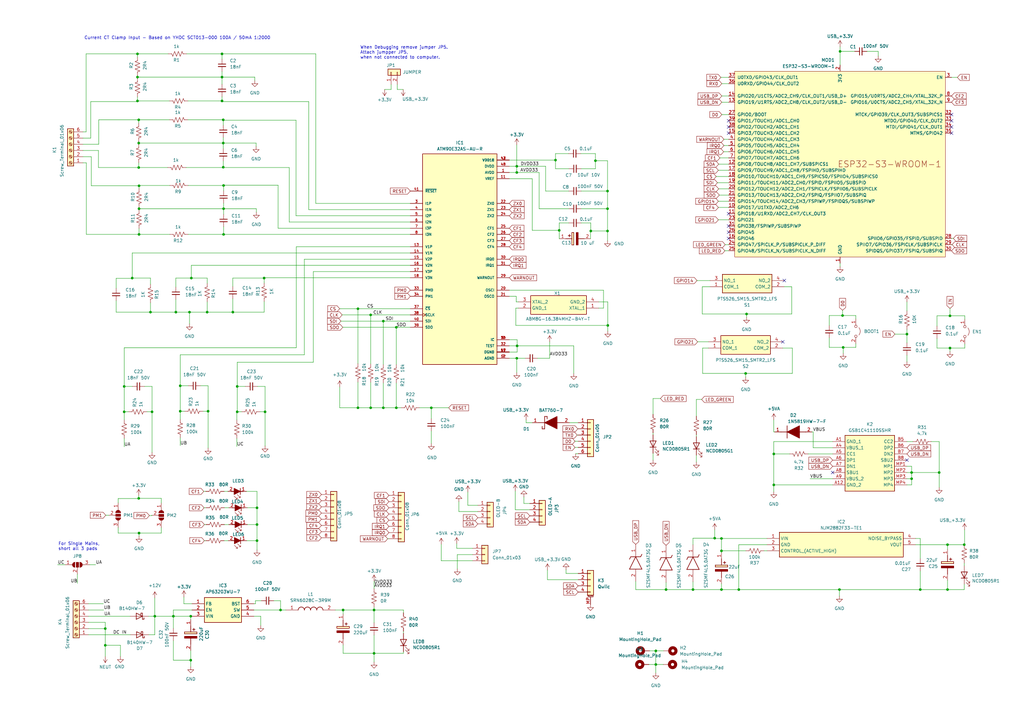
<source format=kicad_sch>
(kicad_sch (version 20230121) (generator eeschema)
  (paper "A3")
  (title_block (title "ESP32 Energy Meter V2.0") (rev "V2") (company "Elektor International Media B.V"))
  (junction (at 71.12 252.73))
  (junction (at 91.694 85.598))
  (junction (at 284.226 241.808))
  (junction (at 108.712 168.91))
  (junction (at 115.062 250.19))
  (junction (at 371.983 137.033))
  (junction (at 50.927 158.496))
  (junction (at 78.232 270.764))
  (junction (at 249.174 85.598))
  (junction (at 146.812 126.619))
  (junction (at 91.694 96.139))
  (junction (at 388.62 241.808))
  (junction (at 268.986 266.954))
  (junction (at 249.301 133.477))
  (junction (at 73.914 168.656))
  (junction (at 385.191 193.802))
  (junction (at 153.416 267.97))
  (junction (at 56.388 22.098))
  (junction (at 373.888 193.802))
  (junction (at 56.388 31.623))
  (junction (at 91.059 31.623))
  (junction (at 306.197 128.778))
  (junction (at 43.18 264.668))
  (junction (at 56.896 58.674))
  (junction (at 293.116 220.726))
  (junction (at 95.504 128.016))
  (junction (at 212.09 141.859))
  (junction (at 153.416 250.19))
  (junction (at 389.636 142.748))
  (junction (at 152.019 167.259))
  (junction (at 97.282 158.496))
  (junction (at 317.373 186.182))
  (junction (at 56.896 68.707))
  (junction (at 91.567 58.674))
  (junction (at 377.444 241.808))
  (junction (at 211.963 70.739))
  (junction (at 389.636 129.54))
  (junction (at 344.297 241.808))
  (junction (at 229.362 94.488))
  (junction (at 295.91 220.853))
  (junction (at 56.388 41.402))
  (junction (at 211.963 68.199))
  (junction (at 57.023 85.598))
  (junction (at 157.226 167.259))
  (junction (at 388.62 223.393))
  (junction (at 162.56 134.239))
  (junction (at 57.023 218.6305))
  (junction (at 97.282 168.91))
  (junction (at 227.838 65.659))
  (junction (at 303.022 241.808))
  (junction (at 211.963 146.939))
  (junction (at 50.927 168.91))
  (junction (at 105.41 215.138))
  (junction (at 395.478 223.393))
  (junction (at 73.914 158.242))
  (junction (at 63.5 252.73))
  (junction (at 91.694 76.073))
  (junction (at 61.722 128.016))
  (junction (at 157.226 131.699))
  (junction (at 344.551 21.082))
  (junction (at 85.344 168.656))
  (junction (at 305.816 153.162))
  (junction (at 152.019 129.159))
  (junction (at 57.023 76.2))
  (junction (at 105.41 221.742))
  (junction (at 373.888 196.342))
  (junction (at 78.486 114.046))
  (junction (at 273.177 241.808))
  (junction (at 268.986 272.542))
  (junction (at 72.136 128.016))
  (junction (at 43.18 257.81))
  (junction (at 91.059 22.098))
  (junction (at 146.812 167.259))
  (junction (at 249.174 94.742))
  (junction (at 56.896 204.4065))
  (junction (at 176.911 167.259))
  (junction (at 345.821 142.494))
  (junction (at 91.567 68.58))
  (junction (at 78.232 252.73))
  (junction (at 249.174 78.359))
  (junction (at 91.059 41.402))
  (junction (at 62.357 168.91))
  (junction (at 162.56 167.259))
  (junction (at 295.91 241.808))
  (junction (at 84.963 128.016))
  (junction (at 317.373 198.882))
  (junction (at 105.41 208.28))
  (junction (at 242.316 94.742))
  (junction (at 244.221 65.913))
  (junction (at 108.331 114.046))
  (junction (at 91.567 49.149))
  (junction (at 77.724 128.016))
  (junction (at 54.229 114.046))
  (junction (at 57.023 96.139))
  (junction (at 56.896 49.149))
  (junction (at 295.91 225.933))
  (junction (at 345.567 129.413))
  (junction (at 140.716 250.19))
  (no_connect (at 298.831 49.53))
  (no_connect (at 390.271 46.99))
  (no_connect (at 321.691 115.062))
  (no_connect (at 298.831 52.07))
  (no_connect (at 298.831 54.61))
  (no_connect (at 321.056 140.208))
  (no_connect (at 341.503 193.802))
  (no_connect (at 390.271 52.07))
  (no_connect (at 390.271 54.61))
  (no_connect (at 298.831 97.79))
  (no_connect (at 371.983 188.722))
  (no_connect (at 298.831 92.71))
  (no_connect (at 390.271 49.53))
  (no_connect (at 298.831 87.63))
  (no_connect (at 298.831 95.25))
  (wire (pts (xy 162.56 167.259) (xy 164.465 167.259)))
  (wire (pts (xy 97.282 158.496) (xy 100.584 158.496)))
  (wire (pts (xy 340.106 129.413) (xy 345.567 129.413)))
  (wire (pts (xy 105.156 85.598) (xy 91.694 85.598)))
  (wire (pts (xy 245.618 123.825) (xy 249.301 123.825)))
  (wire (pts (xy 260.731 238.506) (xy 260.731 241.808)))
  (wire (pts (xy 208.915 144.399) (xy 212.09 144.399)))
  (wire (pts (xy 50.927 158.496) (xy 50.927 168.91)))
  (wire (pts (xy 266.192 272.542) (xy 268.986 272.542)))
  (wire (pts (xy 208.915 70.739) (xy 211.963 70.739)))
  (wire (pts (xy 305.816 225.933) (xy 295.91 225.933)))
  (wire (pts (xy 78.74 250.19) (xy 71.12 250.19)))
  (wire (pts (xy 293.751 72.39) (xy 298.831 72.39)))
  (wire (pts (xy 34.036 66.802) (xy 35.433 66.802)))
  (wire (pts (xy 35.306 22.098) (xy 35.306 54.102)))
  (wire (pts (xy 57.023 76.073) (xy 69.596 76.073)))
  (wire (pts (xy 157.734 36.703) (xy 160.401 36.703)))
  (wire (pts (xy 34.036 54.102) (xy 35.306 54.102)))
  (wire (pts (xy 57.023 85.598) (xy 57.023 86.106)))
  (wire (pts (xy 140.335 129.159) (xy 152.019 129.159)))
  (wire (pts (xy 77.089 41.402) (xy 91.059 41.402)))
  (wire (pts (xy 317.373 172.212) (xy 317.373 177.165)))
  (wire (pts (xy 317.373 186.182) (xy 323.85 186.182)))
  (wire (pts (xy 57.023 76.073) (xy 57.023 76.2)))
  (wire (pts (xy 221.107 85.598) (xy 233.299 85.598)))
  (wire (pts (xy 105.029 60.071) (xy 105.029 58.674)))
  (wire (pts (xy 47.625 114.173) (xy 47.625 118.237)))
  (wire (pts (xy 165.481 250.19) (xy 165.481 251.333)))
  (wire (pts (xy 314.579 223.393) (xy 303.022 223.393)))
  (wire (pts (xy 104.775 247.65) (xy 104.14 247.65)))
  (wire (pts (xy 377.444 234.188) (xy 377.444 241.808)))
  (wire (pts (xy 56.388 31.623) (xy 56.388 32.131)))
  (wire (pts (xy 114.046 75.946) (xy 114.046 93.599)))
  (wire (pts (xy 294.259 74.93) (xy 298.831 74.93)))
  (wire (pts (xy 208.915 121.539) (xy 211.709 121.539)))
  (wire (pts (xy 225.425 140.208) (xy 225.425 146.939)))
  (wire (pts (xy 152.019 156.845) (xy 152.019 167.259)))
  (wire (pts (xy 56.388 30.988) (xy 56.388 31.623)))
  (wire (pts (xy 48.4505 206.248) (xy 48.4505 204.47)))
  (wire (pts (xy 317.373 181.102) (xy 341.503 181.102)))
  (wire (pts (xy 77.216 76.073) (xy 91.694 76.073)))
  (wire (pts (xy 139.319 167.259) (xy 146.812 167.259)))
  (wire (pts (xy 153.416 249.047) (xy 153.416 250.19)))
  (wire (pts (xy 375.539 220.853) (xy 377.444 220.853)))
  (wire (pts (xy 242.189 94.742) (xy 242.189 97.917)))
  (wire (pts (xy 293.116 220.726) (xy 293.116 220.853)))
  (wire (pts (xy 91.821 49.149) (xy 91.567 49.149)))
  (wire (pts (xy 395.732 142.748) (xy 395.732 141.097)))
  (wire (pts (xy 211.582 133.477) (xy 249.301 133.477)))
  (wire (pts (xy 391.033 97.79) (xy 390.271 97.79)))
  (wire (pts (xy 235.331 141.859) (xy 212.09 141.859)))
  (wire (pts (xy 91.694 75.946) (xy 114.046 75.946)))
  (wire (pts (xy 108.712 182.88) (xy 108.712 168.91)))
  (wire (pts (xy 188.214 209.804) (xy 195.961 209.804)))
  (wire (pts (xy 72.136 122.809) (xy 72.136 128.016)))
  (wire (pts (xy 388.62 223.393) (xy 395.478 223.393)))
  (wire (pts (xy 317.373 186.182) (xy 317.373 181.102)))
  (wire (pts (xy 294.767 67.31) (xy 298.831 67.31)))
  (wire (pts (xy 162.941 36.703) (xy 162.941 34.671)))
  (wire (pts (xy 101.219 221.742) (xy 105.41 221.742)))
  (wire (pts (xy 152.019 167.259) (xy 157.226 167.259)))
  (wire (pts (xy 242.316 91.44) (xy 242.316 94.742)))
  (wire (pts (xy 91.059 41.656) (xy 126.619 41.656)))
  (wire (pts (xy 384.302 129.54) (xy 384.302 133.731)))
  (wire (pts (xy 56.388 22.098) (xy 56.388 23.368)))
  (wire (pts (xy 124.841 106.299) (xy 124.841 145.542)))
  (wire (pts (xy 287.782 163.83) (xy 285.623 163.83)))
  (wire (pts (xy 284.226 241.808) (xy 273.177 241.808)))
  (wire (pts (xy 75.438 244.856) (xy 75.438 247.65)))
  (wire (pts (xy 395.478 239.649) (xy 395.478 241.808)))
  (wire (pts (xy 345.821 142.494) (xy 351.028 142.494)))
  (wire (pts (xy 26.67 231.648) (xy 23.622 231.648)))
  (wire (pts (xy 63.5 252.73) (xy 63.5 260.35)))
  (wire (pts (xy 344.551 21.082) (xy 344.551 26.67)))
  (wire (pts (xy 153.416 250.19) (xy 153.416 255.397)))
  (wire (pts (xy 306.197 128.778) (xy 288.036 128.778)))
  (wire (pts (xy 54.229 103.759) (xy 54.229 114.046)))
  (wire (pts (xy 108.712 158.496) (xy 108.712 168.91)))
  (wire (pts (xy 105.41 208.28) (xy 101.473 208.28)))
  (wire (pts (xy 296.037 34.29) (xy 298.831 34.29)))
  (wire (pts (xy 332.232 196.342) (xy 341.503 196.342)))
  (wire (pts (xy 324.739 128.778) (xy 306.197 128.778)))
  (wire (pts (xy 37.465 64.262) (xy 37.465 76.2)))
  (wire (pts (xy 114.046 93.599) (xy 168.275 93.599)))
  (wire (pts (xy 73.914 158.242) (xy 77.216 158.242)))
  (wire (pts (xy 249.174 78.359) (xy 249.174 85.598)))
  (wire (pts (xy 317.373 177.165) (xy 317.754 177.165)))
  (wire (pts (xy 34.036 64.262) (xy 37.465 64.262)))
  (wire (pts (xy 121.412 49.276) (xy 91.821 49.276)))
  (wire (pts (xy 91.059 22.098) (xy 129.54 22.098)))
  (wire (pts (xy 232.156 233.68) (xy 232.156 235.204)))
  (wire (pts (xy 73.914 168.656) (xy 73.914 158.242)))
  (wire (pts (xy 288.036 128.778) (xy 288.036 117.602)))
  (wire (pts (xy 165.481 267.335) (xy 165.481 267.97)))
  (wire (pts (xy 118.618 68.707) (xy 118.618 91.059)))
  (wire (pts (xy 384.302 138.811) (xy 384.302 142.748)))
  (wire (pts (xy 227.838 62.992) (xy 227.838 65.659)))
  (wire (pts (xy 162.56 134.239) (xy 168.275 134.239)))
  (wire (pts (xy 229.362 94.488) (xy 229.362 97.917)))
  (wire (pts (xy 324.993 153.162) (xy 305.816 153.162)))
  (wire (pts (xy 218.313 94.488) (xy 229.362 94.488)))
  (wire (pts (xy 140.589 134.239) (xy 162.56 134.239)))
  (wire (pts (xy 295.275 64.77) (xy 298.831 64.77)))
  (wire (pts (xy 345.821 142.494) (xy 345.821 144.907)))
  (wire (pts (xy 91.948 201.549) (xy 93.472 201.549)))
  (wire (pts (xy 340.106 138.557) (xy 340.106 142.494)))
  (wire (pts (xy 159.004 220.98) (xy 159.512 220.98)))
  (wire (pts (xy 211.963 68.199) (xy 211.963 70.739)))
  (wire (pts (xy 71.12 262.763) (xy 71.12 270.764)))
  (wire (pts (xy 62.1665 211.3915) (xy 62.357 211.3915)))
  (wire (pts (xy 91.694 83.312) (xy 91.694 85.598)))
  (wire (pts (xy 331.47 186.182) (xy 341.503 186.182)))
  (wire (pts (xy 184.023 167.259) (xy 176.911 167.259)))
  (wire (pts (xy 72.136 114.046) (xy 72.136 117.729)))
  (wire (pts (xy 97.155 168.91) (xy 97.282 168.91)))
  (wire (pts (xy 284.226 223.393) (xy 284.226 220.726)))
  (wire (pts (xy 91.821 49.276) (xy 91.821 49.149)))
  (wire (pts (xy 223.774 78.359) (xy 233.299 78.359)))
  (wire (pts (xy 105.41 201.549) (xy 105.41 208.28)))
  (wire (pts (xy 377.444 241.808) (xy 388.62 241.808)))
  (wire (pts (xy 73.914 171.958) (xy 73.914 168.656)))
  (wire (pts (xy 91.694 68.707) (xy 91.694 68.58)))
  (wire (pts (xy 238.379 69.215) (xy 244.221 69.215)))
  (wire (pts (xy 56.388 41.402) (xy 56.388 41.656)))
  (wire (pts (xy 40.386 61.722) (xy 40.386 68.707)))
  (wire (pts (xy 40.513 49.149) (xy 40.513 59.182)))
  (wire (pts (xy 95.504 114.046) (xy 95.504 117.475)))
  (wire (pts (xy 47.625 123.317) (xy 47.625 128.016)))
  (wire (pts (xy 37.465 76.2) (xy 57.023 76.2)))
  (wire (pts (xy 137.541 250.19) (xy 140.716 250.19)))
  (wire (pts (xy 91.567 56.388) (xy 91.567 58.674)))
  (wire (pts (xy 60.96 252.73) (xy 63.5 252.73)))
  (wire (pts (xy 266.446 266.954) (xy 268.986 266.954)))
  (wire (pts (xy 56.388 22.098) (xy 68.961 22.098)))
  (wire (pts (xy 104.775 246.38) (xy 104.775 247.65)))
  (wire (pts (xy 293.116 217.297) (xy 293.116 220.726)))
  (wire (pts (xy 140.716 264.541) (xy 140.716 267.97)))
  (wire (pts (xy 72.136 128.016) (xy 77.724 128.016)))
  (wire (pts (xy 165.481 258.953) (xy 165.481 259.715)))
  (wire (pts (xy 78.232 252.73) (xy 78.74 252.73)))
  (wire (pts (xy 34.036 61.722) (xy 40.386 61.722)))
  (wire (pts (xy 180.975 229.997) (xy 180.975 223.266)))
  (wire (pts (xy 233.553 173.355) (xy 237.109 173.355)))
  (wire (pts (xy 82.296 158.242) (xy 85.344 158.242)))
  (wire (pts (xy 344.297 241.808) (xy 344.297 244.475)))
  (wire (pts (xy 227.838 69.215) (xy 233.299 69.215)))
  (wire (pts (xy 153.416 267.97) (xy 153.416 271.526)))
  (wire (pts (xy 78.486 114.046) (xy 84.963 114.046)))
  (wire (pts (xy 54.229 114.046) (xy 54.229 114.173)))
  (wire (pts (xy 91.694 96.139) (xy 168.275 96.139)))
  (wire (pts (xy 294.64 90.17) (xy 298.831 90.17)))
  (wire (pts (xy 140.716 250.19) (xy 153.416 250.19)))
  (wire (pts (xy 50.927 158.496) (xy 54.229 158.496)))
  (wire (pts (xy 249.174 94.742) (xy 249.174 98.679)))
  (wire (pts (xy 57.023 218.6305) (xy 48.4505 218.6305)))
  (wire (pts (xy 108.712 168.91) (xy 106.68 168.91)))
  (wire (pts (xy 297.434 100.33) (xy 298.831 100.33)))
  (wire (pts (xy 71.12 270.764) (xy 78.232 270.764)))
  (wire (pts (xy 37.211 41.656) (xy 37.211 56.642)))
  (wire (pts (xy 50.927 172.212) (xy 50.927 168.91)))
  (wire (pts (xy 83.566 201.549) (xy 84.328 201.549)))
  (wire (pts (xy 273.177 241.808) (xy 273.177 238.887)))
  (wire (pts (xy 285.623 178.308) (xy 285.623 179.07)))
  (wire (pts (xy 242.316 94.742) (xy 249.174 94.742)))
  (wire (pts (xy 160.401 36.703) (xy 160.401 34.671)))
  (wire (pts (xy 121.539 101.219) (xy 121.539 142.621)))
  (wire (pts (xy 218.313 73.279) (xy 218.313 94.488)))
  (wire (pts (xy 77.724 128.016) (xy 77.724 132.842)))
  (wire (pts (xy 208.915 139.319) (xy 212.09 139.319)))
  (wire (pts (xy 212.598 126.365) (xy 211.582 126.365)))
  (wire (pts (xy 395.605 223.393) (xy 395.478 223.393)))
  (wire (pts (xy 373.888 193.802) (xy 385.191 193.802)))
  (wire (pts (xy 296.926 59.69) (xy 298.831 59.69)))
  (wire (pts (xy 285.623 186.69) (xy 285.623 189.484)))
  (wire (pts (xy 73.914 168.656) (xy 75.692 168.656)))
  (wire (pts (xy 121.539 101.219) (xy 168.275 101.219)))
  (wire (pts (xy 371.983 198.882) (xy 373.888 198.882)))
  (wire (pts (xy 224.536 237.744) (xy 237.109 237.744)))
  (wire (pts (xy 126.619 41.656) (xy 126.619 85.979)))
  (wire (pts (xy 105.41 225.552) (xy 105.41 221.742)))
  (wire (pts (xy 95.504 128.016) (xy 84.963 128.016)))
  (wire (pts (xy 244.221 65.913) (xy 249.174 65.913)))
  (wire (pts (xy 333.502 183.642) (xy 333.502 177.165)))
  (wire (pts (xy 208.915 68.199) (xy 211.963 68.199)))
  (wire (pts (xy 313.436 225.933) (xy 314.579 225.933)))
  (wire (pts (xy 77.216 96.139) (xy 91.694 96.139)))
  (wire (pts (xy 152.019 129.159) (xy 168.275 129.159)))
  (wire (pts (xy 152.019 129.159) (xy 152.019 149.225)))
  (wire (pts (xy 211.963 68.199) (xy 223.774 68.199)))
  (wire (pts (xy 62.1665 211.455) (xy 62.1665 211.3915)))
  (wire (pts (xy 91.567 66.04) (xy 91.567 68.58)))
  (wire (pts (xy 235.331 153.162) (xy 235.331 141.859)))
  (wire (pts (xy 176.911 167.259) (xy 176.911 171.704)))
  (wire (pts (xy 105.156 86.995) (xy 105.156 85.598)))
  (wire (pts (xy 296.037 39.37) (xy 298.831 39.37)))
  (wire (pts (xy 388.62 241.808) (xy 395.478 241.808)))
  (wire (pts (xy 333.502 183.642) (xy 341.503 183.642)))
  (wire (pts (xy 373.888 193.802) (xy 371.983 193.802)))
  (wire (pts (xy 187.325 223.012) (xy 187.325 224.917)))
  (wire (pts (xy 35.433 96.139) (xy 35.433 66.802)))
  (wire (pts (xy 344.297 241.808) (xy 377.444 241.808)))
  (wire (pts (xy 49.403 269.24) (xy 49.403 264.668)))
  (wire (pts (xy 214.884 206.502) (xy 214.884 203.835)))
  (wire (pts (xy 124.841 106.299) (xy 168.275 106.299)))
  (wire (pts (xy 268.986 272.542) (xy 272.034 272.542)))
  (wire (pts (xy 211.963 59.436) (xy 211.963 68.199)))
  (wire (pts (xy 63.5 252.73) (xy 71.12 252.73)))
  (wire (pts (xy 244.221 65.913) (xy 244.221 69.215)))
  (wire (pts (xy 371.983 135.128) (xy 371.983 137.033)))
  (wire (pts (xy 285.877 115.062) (xy 291.211 115.062)))
  (wire (pts (xy 193.802 229.997) (xy 180.975 229.997)))
  (wire (pts (xy 238.379 78.359) (xy 249.174 78.359)))
  (wire (pts (xy 146.812 156.718) (xy 146.812 167.259)))
  (wire (pts (xy 128.524 111.379) (xy 128.524 148.59)))
  (wire (pts (xy 395.478 231.013) (xy 395.478 232.029)))
  (wire (pts (xy 108.331 123.698) (xy 108.331 128.016)))
  (wire (pts (xy 104.14 250.19) (xy 115.062 250.19)))
  (wire (pts (xy 115.062 250.19) (xy 117.221 250.19)))
  (wire (pts (xy 297.307 102.87) (xy 298.831 102.87)))
  (wire (pts (xy 140.716 267.97) (xy 153.416 267.97)))
  (wire (pts (xy 71.12 257.683) (xy 71.12 252.73)))
  (wire (pts (xy 215.773 173.355) (xy 215.773 172.212)))
  (wire (pts (xy 385.191 181.102) (xy 385.191 193.802)))
  (wire (pts (xy 73.914 182.753) (xy 73.914 179.578)))
  (wire (pts (xy 57.023 93.726) (xy 57.023 96.139)))
  (wire (pts (xy 139.827 131.699) (xy 157.226 131.699)))
  (wire (pts (xy 249.174 65.913) (xy 249.174 78.359)))
  (wire (pts (xy 249.301 123.825) (xy 249.301 133.477)))
  (wire (pts (xy 91.567 68.58) (xy 91.694 68.58)))
  (wire (pts (xy 377.444 220.853) (xy 377.444 229.108)))
  (wire (pts (xy 187.579 227.457) (xy 187.579 233.299)))
  (wire (pts (xy 91.059 31.623) (xy 91.059 34.544)))
  (wire (pts (xy 36.322 255.27) (xy 43.18 255.27)))
  (wire (pts (xy 128.524 111.379) (xy 168.275 111.379)))
  (wire (pts (xy 31.75 235.458) (xy 31.75 239.268)))
  (wire (pts (xy 344.551 19.177) (xy 344.551 21.082)))
  (wire (pts (xy 105.41 215.138) (xy 105.41 221.742)))
  (wire (pts (xy 284.226 238.633) (xy 284.226 241.808)))
  (wire (pts (xy 294.64 82.55) (xy 298.831 82.55)))
  (wire (pts (xy 48.4505 204.47) (xy 56.896 204.47)))
  (wire (pts (xy 91.059 22.098) (xy 91.059 24.257)))
  (wire (pts (xy 345.567 129.413) (xy 351.028 129.413)))
  (wire (pts (xy 104.14 252.73) (xy 106.934 252.73)))
  (wire (pts (xy 108.331 113.919) (xy 108.331 114.046)))
  (wire (pts (xy 295.91 226.695) (xy 295.91 225.933)))
  (wire (pts (xy 118.618 68.707) (xy 91.694 68.707)))
  (wire (pts (xy 47.625 128.016) (xy 61.722 128.016)))
  (wire (pts (xy 267.843 163.449) (xy 270.891 163.449)))
  (wire (pts (xy 84.963 114.046) (xy 84.963 116.205)))
  (wire (pts (xy 43.18 264.668) (xy 43.18 269.24)))
  (wire (pts (xy 162.56 157.099) (xy 162.56 167.259)))
  (wire (pts (xy 238.379 91.44) (xy 242.316 91.44)))
  (wire (pts (xy 118.618 91.059) (xy 168.275 91.059)))
  (wire (pts (xy 72.136 114.046) (xy 78.486 114.046)))
  (wire (pts (xy 97.155 172.212) (xy 97.155 168.91)))
  (wire (pts (xy 295.91 220.853) (xy 295.91 225.933)))
  (wire (pts (xy 91.694 85.598) (xy 91.694 87.884)))
  (wire (pts (xy 351.028 140.97) (xy 351.028 142.494)))
  (wire (pts (xy 157.226 131.699) (xy 168.275 131.699)))
  (wire (pts (xy 157.226 131.699) (xy 157.226 149.479)))
  (wire (pts (xy 188.214 209.804) (xy 188.214 205.74)))
  (wire (pts (xy 176.911 176.784) (xy 176.911 181.864)))
  (wire (pts (xy 284.226 220.726) (xy 293.116 220.726)))
  (wire (pts (xy 227.838 65.659) (xy 227.838 69.215)))
  (wire (pts (xy 56.896 58.674) (xy 91.567 58.674)))
  (wire (pts (xy 371.983 196.342) (xy 373.888 196.342)))
  (wire (pts (xy 235.839 180.975) (xy 237.109 180.975)))
  (wire (pts (xy 288.163 153.162) (xy 288.163 142.748)))
  (wire (pts (xy 220.472 146.939) (xy 225.425 146.939)))
  (wire (pts (xy 295.91 239.395) (xy 295.91 241.808)))
  (wire (pts (xy 211.963 152.781) (xy 211.963 146.939)))
  (wire (pts (xy 168.275 108.839) (xy 78.486 108.839)))
  (wire (pts (xy 395.732 129.54) (xy 395.732 130.937)))
  (wire (pts (xy 56.896 58.674) (xy 56.896 59.182)))
  (wire (pts (xy 56.896 68.707) (xy 68.707 68.707)))
  (wire (pts (xy 105.664 158.496) (xy 108.712 158.496)))
  (wire (pts (xy 47.625 114.173) (xy 54.229 114.173)))
  (wire (pts (xy 85.344 168.656) (xy 83.312 168.656)))
  (wire (pts (xy 214.884 206.502) (xy 217.297 206.502)))
  (wire (pts (xy 218.313 173.355) (xy 215.773 173.355)))
  (wire (pts (xy 57.023 96.139) (xy 69.596 96.139)))
  (wire (pts (xy 35.306 22.098) (xy 56.388 22.098)))
  (wire (pts (xy 211.328 201.422) (xy 211.328 209.042)))
  (wire (pts (xy 36.322 247.65) (xy 42.418 247.65)))
  (wire (pts (xy 77.089 49.149) (xy 91.567 49.149)))
  (wire (pts (xy 229.362 94.488) (xy 229.362 91.44)))
  (wire (pts (xy 78.232 252.73) (xy 78.232 254.127)))
  (wire (pts (xy 267.843 177.546) (xy 267.843 178.308)))
  (wire (pts (xy 78.486 108.839) (xy 78.486 114.046)))
  (wire (pts (xy 92.075 208.28) (xy 93.853 208.28)))
  (wire (pts (xy 212.09 141.859) (xy 212.09 144.399)))
  (wire (pts (xy 223.774 68.199) (xy 223.774 78.359)))
  (wire (pts (xy 212.09 139.319) (xy 212.09 141.859)))
  (wire (pts (xy 91.694 92.964) (xy 91.694 96.139)))
  (wire (pts (xy 157.226 167.259) (xy 162.56 167.259)))
  (wire (pts (xy 229.362 91.44) (xy 233.299 91.44)))
  (wire (pts (xy 76.581 22.098) (xy 91.059 22.098)))
  (wire (pts (xy 129.54 22.098) (xy 129.54 83.439)))
  (wire (pts (xy 212.09 141.859) (xy 208.915 141.859)))
  (wire (pts (xy 92.075 215.138) (xy 93.853 215.138)))
  (wire (pts (xy 44.6405 211.328) (xy 43.3705 211.328)))
  (wire (pts (xy 389.636 126.492) (xy 389.636 129.54)))
  (wire (pts (xy 317.373 198.882) (xy 341.503 198.882)))
  (wire (pts (xy 54.229 114.046) (xy 61.722 114.046)))
  (wire (pts (xy 153.416 250.19) (xy 165.481 250.19)))
  (wire (pts (xy 211.963 146.939) (xy 215.392 146.939)))
  (wire (pts (xy 367.03 137.033) (xy 371.983 137.033)))
  (wire (pts (xy 296.037 46.99) (xy 298.831 46.99)))
  (wire (pts (xy 187.325 224.917) (xy 193.802 224.917)))
  (wire (pts (xy 389.636 142.748) (xy 395.732 142.748)))
  (wire (pts (xy 146.812 126.619) (xy 146.812 149.098)))
  (wire (pts (xy 384.302 129.54) (xy 389.636 129.54)))
  (wire (pts (xy 208.915 65.659) (xy 227.838 65.659)))
  (wire (pts (xy 382.016 181.102) (xy 385.191 181.102)))
  (wire (pts (xy 112.268 246.38) (xy 115.062 246.38)))
  (wire (pts (xy 85.344 158.242) (xy 85.344 168.656)))
  (wire (pts (xy 295.91 220.853) (xy 314.579 220.853)))
  (wire (pts (xy 388.62 225.298) (xy 388.62 223.393)))
  (wire (pts (xy 375.539 223.393) (xy 388.62 223.393)))
  (wire (pts (xy 238.379 85.598) (xy 249.174 85.598)))
  (wire (pts (xy 340.106 142.494) (xy 345.821 142.494)))
  (wire (pts (xy 104.521 31.623) (xy 91.059 31.623)))
  (wire (pts (xy 49.403 264.668) (xy 43.18 264.668)))
  (wire (pts (xy 56.896 58.039) (xy 56.896 58.674)))
  (wire (pts (xy 91.567 49.149) (xy 91.567 51.308)))
  (wire (pts (xy 108.331 128.016) (xy 95.504 128.016)))
  (wire (pts (xy 36.322 250.19) (xy 42.545 250.19)))
  (wire (pts (xy 344.551 107.95) (xy 344.551 109.347)))
  (wire (pts (xy 267.843 185.928) (xy 267.843 188.722)))
  (wire (pts (xy 172.085 167.259) (xy 176.911 167.259)))
  (wire (pts (xy 85.344 183.769) (xy 85.344 168.656)))
  (wire (pts (xy 389.636 142.748) (xy 389.636 144.145)))
  (wire (pts (xy 295.656 31.75) (xy 298.831 31.75)))
  (wire (pts (xy 162.56 134.239) (xy 162.56 149.479)))
  (wire (pts (xy 211.328 209.042) (xy 217.297 209.042)))
  (wire (pts (xy 66.167 204.4065) (xy 56.896 204.4065)))
  (wire (pts (xy 50.927 168.91) (xy 52.705 168.91)))
  (wire (pts (xy 191.897 207.264) (xy 191.897 201.803)))
  (wire (pts (xy 187.579 227.457) (xy 193.802 227.457)))
  (wire (pts (xy 66.167 216.4715) (xy 66.167 218.6305)))
  (wire (pts (xy 104.521 33.02) (xy 104.521 31.623)))
  (wire (pts (xy 84.963 123.825) (xy 84.963 128.016)))
  (wire (pts (xy 208.915 118.999) (xy 247.523 118.999)))
  (wire (pts (xy 390.525 100.33) (xy 390.271 100.33)))
  (wire (pts (xy 306.197 130.048) (xy 306.197 128.778)))
  (wire (pts (xy 40.386 68.707) (xy 56.896 68.707)))
  (wire (pts (xy 373.888 198.882) (xy 373.888 196.342)))
  (wire (pts (xy 48.4505 218.6305) (xy 48.4505 216.408)))
  (wire (pts (xy 139.319 167.259) (xy 139.319 158.75)))
  (wire (pts (xy 121.539 142.621) (xy 50.927 142.621)))
  (wire (pts (xy 56.896 204.47) (xy 56.896 204.4065)))
  (wire (pts (xy 62.357 185.547) (xy 62.357 168.91)))
  (wire (pts (xy 54.229 103.759) (xy 168.275 103.759)))
  (wire (pts (xy 229.362 97.917) (xy 229.489 97.917)))
  (wire (pts (xy 115.062 246.38) (xy 115.062 250.19)))
  (wire (pts (xy 268.986 272.542) (xy 268.986 275.971)))
  (wire (pts (xy 153.416 238.379) (xy 153.416 241.427)))
  (wire (pts (xy 56.896 204.4065) (xy 56.896 203.2635)))
  (wire (pts (xy 284.226 241.808) (xy 295.91 241.808)))
  (wire (pts (xy 62.357 158.496) (xy 62.357 168.91)))
  (wire (pts (xy 305.816 154.686) (xy 305.816 153.162)))
  (wire (pts (xy 211.709 121.539) (xy 211.709 123.825)))
  (wire (pts (xy 146.812 126.619) (xy 168.275 126.619)))
  (wire (pts (xy 235.839 183.515) (xy 237.109 183.515)))
  (wire (pts (xy 371.983 181.102) (xy 374.396 181.102)))
  (wire (pts (xy 345.567 127.254) (xy 345.567 129.413)))
  (wire (pts (xy 211.709 123.825) (xy 212.598 123.825)))
  (wire (pts (xy 73.914 145.542) (xy 73.914 158.242)))
  (wire (pts (xy 324.739 117.602) (xy 324.739 128.778)))
  (wire (pts (xy 317.373 198.882) (xy 317.373 186.182)))
  (wire (pts (xy 321.056 142.748) (xy 324.993 142.748)))
  (wire (pts (xy 373.888 191.262) (xy 373.888 193.802)))
  (wire (pts (xy 211.963 70.739) (xy 221.107 70.739)))
  (wire (pts (xy 66.167 218.6305) (xy 57.023 218.6305)))
  (wire (pts (xy 59.309 158.496) (xy 62.357 158.496)))
  (wire (pts (xy 91.694 76.073) (xy 91.694 78.232)))
  (wire (pts (xy 121.412 88.519) (xy 168.275 88.519)))
  (wire (pts (xy 288.036 117.602) (xy 291.211 117.602)))
  (wire (pts (xy 373.888 193.802) (xy 373.888 196.342)))
  (wire (pts (xy 60.325 168.91) (xy 62.357 168.91)))
  (wire (pts (xy 35.433 96.139) (xy 57.023 96.139)))
  (wire (pts (xy 351.028 129.413) (xy 351.028 130.81)))
  (wire (pts (xy 317.373 198.882) (xy 317.373 201.676)))
  (wire (pts (xy 244.221 62.992) (xy 244.221 65.913)))
  (wire (pts (xy 153.416 267.97) (xy 165.481 267.97)))
  (wire (pts (xy 227.838 62.992) (xy 233.172 62.992)))
  (wire (pts (xy 360.172 21.082) (xy 360.172 22.987)))
  (wire (pts (xy 36.322 257.81) (xy 43.18 257.81)))
  (wire (pts (xy 101.092 201.549) (xy 105.41 201.549)))
  (wire (pts (xy 71.12 250.19) (xy 71.12 252.73)))
  (wire (pts (xy 303.022 223.393) (xy 303.022 241.808)))
  (wire (pts (xy 146.812 167.259) (xy 152.019 167.259)))
  (wire (pts (xy 286.131 140.208) (xy 290.576 140.208)))
  (wire (pts (xy 76.327 68.707) (xy 91.567 68.707)))
  (wire (pts (xy 57.023 85.598) (xy 91.694 85.598)))
  (wire (pts (xy 104.775 246.38) (xy 107.188 246.38)))
  (wire (pts (xy 61.087 260.35) (xy 63.5 260.35)))
  (wire (pts (xy 121.412 49.276) (xy 121.412 88.519)))
  (wire (pts (xy 43.18 257.81) (xy 43.18 264.668)))
  (wire (pts (xy 83.82 221.742) (xy 84.328 221.742)))
  (wire (pts (xy 34.036 59.182) (xy 40.513 59.182)))
  (wire (pts (xy 247.523 118.999) (xy 247.523 126.365)))
  (wire (pts (xy 238.252 62.992) (xy 244.221 62.992)))
  (wire (pts (xy 139.319 126.619) (xy 146.812 126.619)))
  (wire (pts (xy 61.722 128.016) (xy 61.722 124.206)))
  (wire (pts (xy 294.767 77.47) (xy 298.831 77.47)))
  (wire (pts (xy 126.619 85.979) (xy 168.275 85.979)))
  (wire (pts (xy 395.605 217.297) (xy 395.605 223.393)))
  (wire (pts (xy 371.983 137.033) (xy 371.983 140.589)))
  (wire (pts (xy 236.093 186.055) (xy 237.109 186.055)))
  (wire (pts (xy 56.388 41.402) (xy 69.469 41.402)))
  (wire (pts (xy 97.282 148.59) (xy 128.524 148.59)))
  (wire (pts (xy 108.331 114.046) (xy 108.331 116.078)))
  (wire (pts (xy 260.731 241.808) (xy 273.177 241.808)))
  (wire (pts (xy 61.722 128.016) (xy 72.136 128.016)))
  (wire (pts (xy 295.021 80.01) (xy 298.831 80.01)))
  (wire (pts (xy 97.282 168.91) (xy 97.282 158.496)))
  (wire (pts (xy 344.551 21.082) (xy 350.52 21.082)))
  (wire (pts (xy 36.83 231.648) (xy 39.243 231.648)))
  (wire (pts (xy 91.567 58.674) (xy 91.567 60.96)))
  (wire (pts (xy 62.1665 211.455) (xy 61.2775 211.455)))
  (wire (pts (xy 56.388 31.623) (xy 91.059 31.623)))
  (wire (pts (xy 63.5 245.237) (xy 63.5 252.73)))
  (wire (pts (xy 267.843 163.449) (xy 267.843 169.926)))
  (wire (pts (xy 355.6 21.082) (xy 360.172 21.082)))
  (wire (pts (xy 66.167 206.3115) (xy 66.167 204.4065)))
  (wire (pts (xy 293.116 220.853) (xy 295.91 220.853)))
  (wire (pts (xy 91.059 41.402) (xy 91.059 41.656)))
  (wire (pts (xy 56.896 49.149) (xy 56.896 50.419)))
  (wire (pts (xy 385.191 193.802) (xy 385.191 199.898)))
  (wire (pts (xy 91.567 68.707) (xy 91.567 68.58)))
  (wire (pts (xy 245.618 126.365) (xy 247.523 126.365)))
  (wire (pts (xy 56.896 66.802) (xy 56.896 68.707)))
  (wire (pts (xy 236.982 175.895) (xy 237.109 175.895)))
  (wire (pts (xy 91.694 75.946) (xy 91.694 76.073)))
  (wire (pts (xy 75.438 247.65) (xy 78.74 247.65)))
  (wire (pts (xy 242.189 94.742) (xy 242.316 94.742)))
  (wire (pts (xy 73.914 145.542) (xy 124.841 145.542)))
  (wire (pts (xy 34.036 56.642) (xy 37.211 56.642)))
  (wire (pts (xy 108.331 113.919) (xy 168.275 113.919)))
  (wire (pts (xy 392.684 31.75) (xy 390.271 31.75)))
  (wire (pts (xy 140.716 250.19) (xy 140.716 251.841)))
  (wire (pts (xy 268.986 266.954) (xy 272.161 266.954)))
  (wire (pts (xy 303.022 241.808) (xy 344.297 241.808)))
  (wire (pts (xy 371.983 145.669) (xy 371.983 148.336)))
  (wire (pts (xy 61.722 114.046) (xy 61.722 116.586)))
  (wire (pts (xy 105.029 58.674) (xy 91.567 58.674)))
  (wire (pts (xy 83.82 215.138) (xy 84.455 215.138)))
  (wire (pts (xy 249.301 133.477) (xy 249.301 135.763)))
  (wire (pts (xy 57.023 84.963) (xy 57.023 85.598)))
  (wire (pts (xy 268.986 266.954) (xy 268.986 272.542)))
  (wire (pts (xy 95.504 122.555) (xy 95.504 128.016)))
  (wire (pts (xy 371.983 123.825) (xy 371.983 127.508)))
  (wire (pts (xy 97.282 148.59) (xy 97.282 158.496)))
  (wire (pts (xy 288.163 142.748) (xy 290.576 142.748)))
  (wire (pts (xy 371.983 191.262) (xy 373.888 191.262)))
  (wire (pts (xy 37.211 41.656) (xy 56.388 41.656)))
  (wire (pts (xy 40.513 49.149) (xy 56.896 49.149)))
  (wire (pts (xy 56.388 39.751) (xy 56.388 41.402)))
  (wire (pts (xy 224.536 233.807) (xy 224.536 237.744)))
  (wire (pts (xy 105.41 208.28) (xy 105.41 215.138)))
  (wire (pts (xy 221.107 70.739) (xy 221.107 85.598)))
  (wire (pts (xy 195.961 207.264) (xy 191.897 207.264)))
  (wire (pts (xy 157.226 157.099) (xy 157.226 167.259)))
  (wire (pts (xy 332.994 177.165) (xy 333.502 177.165)))
  (wire (pts (xy 36.322 252.73) (xy 53.34 252.73)))
  (wire (pts (xy 56.896 49.149) (xy 69.469 49.149)))
  (wire (pts (xy 232.156 235.204) (xy 237.109 235.204)))
  (wire (pts (xy 129.54 83.439) (xy 168.275 83.439)))
  (wire (pts (xy 165.354 36.703) (xy 162.941 36.703)))
  (wire (pts (xy 50.927 179.832) (xy 50.927 183.261)))
  (wire (pts (xy 36.322 260.35) (xy 53.467 260.35)))
  (wire (pts (xy 296.926 57.15) (xy 298.831 57.15)))
  (wire (pts (xy 101.473 215.138) (xy 105.41 215.138)))
  (wire (pts (xy 97.282 168.91) (xy 99.06 168.91)))
  (wire (pts (xy 285.623 163.83) (xy 285.623 170.688)))
  (wire (pts (xy 249.174 85.598) (xy 249.174 94.742)))
  (wire (pts (xy 57.023 76.2) (xy 57.023 77.343)))
  (wire (pts (xy 389.636 129.54) (xy 395.732 129.54)))
  (wire (pts (xy 321.691 117.602) (xy 324.739 117.602)))
  (wire (pts (xy 236.728 178.435) (xy 237.109 178.435)))
  (wire (pts (xy 77.724 128.016) (xy 84.963 128.016)))
  (wire (pts (xy 388.62 237.998) (xy 388.62 241.808)))
  (wire (pts (xy 43.18 255.27) (xy 43.18 257.81)))
  (wire (pts (xy 78.232 270.764) (xy 78.232 273.431)))
  (wire (pts (xy 153.416 260.477) (xy 153.416 267.97)))
  (wire (pts (xy 294.64 69.85) (xy 298.831 69.85)))
  (wire (pts (xy 78.232 266.827) (xy 78.232 270.764)))
  (wire (pts (xy 296.799 62.23) (xy 298.831 62.23)))
  (wire (pts (xy 294.64 85.09) (xy 298.831 85.09)))
  (wire (pts (xy 295.91 241.808) (xy 303.022 241.808)))
  (wire (pts (xy 91.059 39.624) (xy 91.059 41.402)))
  (wire (pts (xy 384.302 142.748) (xy 389.636 142.748)))
  (wire (pts (xy 95.504 114.046) (xy 108.331 114.046)))
  (wire (pts (xy 71.12 252.73) (xy 78.232 252.73)))
  (wire (pts (xy 296.037 41.91) (xy 298.831 41.91)))
  (wire (pts (xy 57.023 219.9005) (xy 57.023 218.6305)))
  (wire (pts (xy 211.582 126.365) (xy 211.582 133.477)))
  (wire (pts (xy 91.948 221.742) (xy 93.599 221.742)))
  (wire (pts (xy 324.993 142.748) (xy 324.993 153.162)))
  (wire (pts (xy 106.934 252.73) (xy 106.934 256.54)))
  (wire (pts (xy 208.915 146.939) (xy 211.963 146.939)))
  (wire (pts (xy 305.816 153.162) (xy 288.163 153.162)))
  (wire (pts (xy 97.155 179.832) (xy 97.155 183.134)))
  (wire (pts (xy 91.059 29.337) (xy 91.059 31.623)))
  (wire (pts (xy 83.693 208.28) (xy 84.455 208.28)))
  (wire (pts (xy 340.106 129.413) (xy 340.106 133.477)))
  (wire (pts (xy 218.313 73.279) (xy 208.915 73.279)))
  (wire (pts (xy 50.927 142.621) (xy 50.927 158.496)))
  (text "For Single Mains, \nshort all 3 pads\n" (at 23.876 225.933 0) (effects (font (size 1.27 1.27)) (justify left bottom)))
  (text "Current CT Clamp Input - Based on YHDC SCT013-000 100A / 50mA 1:2000" (at 34.544 16.383 0) (effects (font (size 1.27 1.27)) (justify left bottom)))
  (text "When Debugging remove jumper JP5. \nAttach jumpper JP5, \nwhen not connected to computer. " (at 147.701 24.384 0) (effects (font (size 1.27 1.27)) (justify left bottom)))
  (label "SDO" (at 162.56 134.239 0))
  (label "UC" (at 97.155 183.134 0))
  (label "DVDD33" (at 153.416 239.649 0))
  (label "UA" (at 50.927 183.261 0))
  (label "DVDD33" (at 213.487 68.199 0))
  (label "UB" (at 73.914 182.753 0))
  (label "UC" (at 42.418 247.65 0))
  (label "AVDD33" (at 225.425 146.177 0))
  (label "UC" (at 23.622 231.648 0))
  (label "UA" (at 42.672 252.73 0))
  (label "SDI" (at 158.115 131.699 0))
  (label "AVDD33" (at 153.416 241.173 0))
  (label "VBUS" (at 332.232 196.342 0))
  (label "UB" (at 42.545 250.19 0))
  (label "AVDD33" (at 213.36 70.739 0))
  (label "DC IN" (at 46.355 260.35 0))
  (label "UA" (at 39.243 231.648 0))
  (label "VBUS" (at 333.375 177.165 0))
  (label "CLK" (at 153.035 129.159 0))
  (label "CS" (at 150.495 126.619 0))
  (label "UB" (at 31.75 239.268 180))
  (global_label "PM0" (shape input) (at 61.2775 211.455 180) (property "Intersheetrefs" "${INTERSHEET_REFS}" (effects hide)))
  (global_label "SDO" (shape input) (at 295.021 80.01 180) (property "Intersheetrefs" "${INTERSHEET_REFS}" (effects hide)))
  (global_label "USB_DN" (shape input) (at 371.983 186.182 0) (property "Intersheetrefs" "${INTERSHEET_REFS}" (effects hide)))
  (global_label "IRQ0" (shape input) (at 159.512 218.44 180) (property "Intersheetrefs" "${INTERSHEET_REFS}" (effects hide)))
  (global_label "USB_DP" (shape input) (at 371.983 183.642 0) (property "Intersheetrefs" "${INTERSHEET_REFS}" (effects hide)))
  (global_label "RX0" (shape input) (at 296.037 34.29 180) (property "Intersheetrefs" "${INTERSHEET_REFS}" (effects hide)))
  (global_label "GPIO21" (shape input) (at 294.64 90.17 180) (property "Intersheetrefs" "${INTERSHEET_REFS}" (effects hide)))
  (global_label "SCL" (shape input) (at 237.109 242.824 180) (property "Intersheetrefs" "${INTERSHEET_REFS}" (effects hide)))
  (global_label "CF2" (shape input) (at 208.915 96.139 0) (property "Intersheetrefs" "${INTERSHEET_REFS}" (effects hide)))
  (global_label "CF1" (shape input) (at 208.915 93.599 0) (property "Intersheetrefs" "${INTERSHEET_REFS}" (effects hide)))
  (global_label "ZX2" (shape input) (at 208.915 88.519 0) (property "Intersheetrefs" "${INTERSHEET_REFS}" (effects hide)))
  (global_label "RX0" (shape input) (at 236.982 175.895 180) (property "Intersheetrefs" "${INTERSHEET_REFS}" (effects hide)))
  (global_label "CF4" (shape input) (at 131.826 215.519 180) (property "Intersheetrefs" "${INTERSHEET_REFS}" (effects hide)))
  (global_label "SCL" (shape input) (at 294.64 69.85 180) (property "Intersheetrefs" "${INTERSHEET_REFS}" (effects hide)))
  (global_label "WARNOUT" (shape input) (at 296.926 57.15 180) (property "Intersheetrefs" "${INTERSHEET_REFS}" (effects hide)))
  (global_label "CF1" (shape input) (at 83.566 201.549 180) (property "Intersheetrefs" "${INTERSHEET_REFS}" (effects hide)))
  (global_label "CF2" (shape input) (at 390.271 39.37 0) (property "Intersheetrefs" "${INTERSHEET_REFS}" (effects hide)))
  (global_label "CLK" (shape input) (at 390.525 100.33 0) (property "Intersheetrefs" "${INTERSHEET_REFS}" (effects hide)))
  (global_label "CS" (shape input) (at 139.319 126.619 180) (property "Intersheetrefs" "${INTERSHEET_REFS}" (effects hide)))
  (global_label "CF2" (shape input) (at 131.826 220.599 180) (property "Intersheetrefs" "${INTERSHEET_REFS}" (effects hide)))
  (global_label "WARNOUT" (shape input) (at 208.915 113.919 0) (property "Intersheetrefs" "${INTERSHEET_REFS}" (effects hide)))
  (global_label "PM0" (shape input) (at 131.826 210.439 180) (property "Intersheetrefs" "${INTERSHEET_REFS}" (effects hide)))
  (global_label "PM0" (shape input) (at 168.275 118.999 180) (property "Intersheetrefs" "${INTERSHEET_REFS}" (effects hide)))
  (global_label "CF1" (shape input) (at 159.512 203.2 180) (property "Intersheetrefs" "${INTERSHEET_REFS}" (effects hide)))
  (global_label "CS" (shape input) (at 159.512 213.36 180) (property "Intersheetrefs" "${INTERSHEET_REFS}" (effects hide)))
  (global_label "CF3" (shape input) (at 390.271 41.91 0) (property "Intersheetrefs" "${INTERSHEET_REFS}" (effects hide)))
  (global_label "ZX1" (shape input) (at 208.915 85.979 0) (property "Intersheetrefs" "${INTERSHEET_REFS}" (effects hide)))
  (global_label "SDA" (shape input) (at 237.109 240.284 180) (property "Intersheetrefs" "${INTERSHEET_REFS}" (effects hide)))
  (global_label "PM1" (shape input) (at 131.826 212.979 180) (property "Intersheetrefs" "${INTERSHEET_REFS}" (effects hide)))
  (global_label "RESET" (shape input) (at 168.275 78.359 180) (property "Intersheetrefs" "${INTERSHEET_REFS}" (effects hide)))
  (global_label "CF4" (shape input) (at 83.82 221.742 180) (property "Intersheetrefs" "${INTERSHEET_REFS}" (effects hide)))
  (global_label "CF4" (shape input) (at 294.64 85.09 180) (property "Intersheetrefs" "${INTERSHEET_REFS}" (effects hide)))
  (global_label "SDI" (shape input) (at 139.827 131.699 180) (property "Intersheetrefs" "${INTERSHEET_REFS}" (effects hide)))
  (global_label "CF4" (shape input) (at 208.915 101.219 0) (property "Intersheetrefs" "${INTERSHEET_REFS}" (effects hide)))
  (global_label "LED_GREEN" (shape input) (at 287.782 163.83 0) (property "Intersheetrefs" "${INTERSHEET_REFS}" (effects hide)))
  (global_label "SDO" (shape input) (at 140.589 134.239 180) (property "Intersheetrefs" "${INTERSHEET_REFS}" (effects hide)))
  (global_label "SDA" (shape input) (at 217.297 214.122 180) (property "Intersheetrefs" "${INTERSHEET_REFS}" (effects hide)))
  (global_label "IRQ1" (shape input) (at 208.915 108.839 0) (property "Intersheetrefs" "${INTERSHEET_REFS}" (effects hide)))
  (global_label "CF3" (shape input) (at 208.915 98.679 0) (property "Intersheetrefs" "${INTERSHEET_REFS}" (effects hide)))
  (global_label "CF1" (shape input) (at 295.275 64.77 180) (property "Intersheetrefs" "${INTERSHEET_REFS}" (effects hide)))
  (global_label "EN" (shape input) (at 367.03 137.033 180) (property "Intersheetrefs" "${INTERSHEET_REFS}" (effects hide)))
  (global_label "CF2" (shape input) (at 83.693 208.28 180) (property "Intersheetrefs" "${INTERSHEET_REFS}" (effects hide)))
  (global_label "SDO" (shape input) (at 159.512 208.28 180) (property "Intersheetrefs" "${INTERSHEET_REFS}" (effects hide)))
  (global_label "LED_GREEN" (shape input) (at 297.434 100.33 180) (property "Intersheetrefs" "${INTERSHEET_REFS}" (effects hide)))
  (global_label "ZX1" (shape input) (at 131.826 205.359 180) (property "Intersheetrefs" "${INTERSHEET_REFS}" (effects hide)))
  (global_label "USB_DP" (shape input) (at 260.731 223.266 90) (property "Intersheetrefs" "${INTERSHEET_REFS}" (effects hide)))
  (global_label "SDO" (shape input) (at 390.271 102.87 0) (property "Intersheetrefs" "${INTERSHEET_REFS}" (effects hide)))
  (global_label "IRQ1" (shape input) (at 159.512 215.9 180) (property "Intersheetrefs" "${INTERSHEET_REFS}" (effects hide)))
  (global_label "IRQ0" (shape input) (at 208.915 106.299 0) (property "Intersheetrefs" "${INTERSHEET_REFS}" (effects hide)))
  (global_label "ZX0" (shape input) (at 208.915 83.439 0) (property "Intersheetrefs" "${INTERSHEET_REFS}" (effects hide)))
  (global_label "D0" (shape input) (at 296.037 46.99 180) (property "Intersheetrefs" "${INTERSHEET_REFS}" (effects hide)))
  (global_label "USB_DN" (shape input) (at 273.177 223.647 90) (property "Intersheetrefs" "${INTERSHEET_REFS}" (effects hide)))
  (global_label "WARNOUT" (shape input) (at 159.004 220.98 180) (property "Intersheetrefs" "${INTERSHEET_REFS}" (effects hide)))
  (global_label "CLK" (shape input) (at 140.335 129.159 180) (property "Intersheetrefs" "${INTERSHEET_REFS}" (effects hide)))
  (global_label "SCL" (shape input) (at 195.961 212.344 180) (property "Intersheetrefs" "${INTERSHEET_REFS}" (effects hide)))
  (global_label "CLK" (shape input) (at 294.767 77.47 180) (property "Intersheetrefs" "${INTERSHEET_REFS}" (effects hide)))
  (global_label "GPIO14" (shape input) (at 285.877 115.062 180) (property "Intersheetrefs" "${INTERSHEET_REFS}" (effects hide)))
  (global_label "TX0" (shape input) (at 295.656 31.75 180) (property "Intersheetrefs" "${INTERSHEET_REFS}" (effects hide)))
  (global_label "SDA" (shape input) (at 195.961 214.884 180) (property "Intersheetrefs" "${INTERSHEET_REFS}" (effects hide)))
  (global_label "GPIO14" (shape input) (at 294.64 82.55 180) (property "Intersheetrefs" "${INTERSHEET_REFS}" (effects hide)))
  (global_label "RESET" (shape input) (at 184.023 167.259 0) (property "Intersheetrefs" "${INTERSHEET_REFS}" (effects hide)))
  (global_label "D0" (shape input) (at 235.839 180.975 180) (property "Intersheetrefs" "${INTERSHEET_REFS}" (effects hide)))
  (global_label "IRQ1" (shape input) (at 296.799 62.23 180) (property "Intersheetrefs" "${INTERSHEET_REFS}" (effects hide)))
  (global_label "USB_DP" (shape input) (at 296.037 39.37 180) (property "Intersheetrefs" "${INTERSHEET_REFS}" (effects hide)))
  (global_label "SDI" (shape input) (at 294.259 74.93 180) (property "Intersheetrefs" "${INTERSHEET_REFS}" (effects hide)))
  (global_label "SDI" (shape input) (at 159.512 205.74 180) (property "Intersheetrefs" "${INTERSHEET_REFS}" (effects hide)))
  (global_label "LED_RED" (shape input) (at 270.891 163.449 0) (property "Intersheetrefs" "${INTERSHEET_REFS}" (effects hide)))
  (global_label "IRQ0" (shape input) (at 296.926 59.69 180) (property "Intersheetrefs" "${INTERSHEET_REFS}" (effects hide)))
  (global_label "CF3" (shape input) (at 83.82 215.138 180) (property "Intersheetrefs" "${INTERSHEET_REFS}" (effects hide)))
  (global_label "PM1" (shape input) (at 43.3705 211.328 180) (property "Intersheetrefs" "${INTERSHEET_REFS}" (effects hide)))
  (global_label "USB_DN" (shape input) (at 341.503 191.262 180) (property "Intersheetrefs" "${INTERSHEET_REFS}" (effects hide)))
  (global_label "SDI" (shape input) (at 391.033 97.79 0) (property "Intersheetrefs" "${INTERSHEET_REFS}" (effects hide)))
  (global_label "SCL" (shape input) (at 217.297 211.582 180) (property "Intersheetrefs" "${INTERSHEET_REFS}" (effects hide)))
  (global_label "CF3" (shape input) (at 131.826 218.059 180) (property "Intersheetrefs" "${INTERSHEET_REFS}" (effects hide)))
  (global_label "EN" (shape input) (at 235.839 183.515 180) (property "Intersheetrefs" "${INTERSHEET_REFS}" (effects hide)))
  (global_label "ZX2" (shape input) (at 131.826 207.899 180) (property "Intersheetrefs" "${INTERSHEET_REFS}" (effects hide)))
  (global_label "PM1" (shape input) (at 168.275 121.539 180) (property "Intersheetrefs" "${INTERSHEET_REFS}" (effects hide)))
  (global_label "TX0" (shape input) (at 236.728 178.435 180) (property "Intersheetrefs" "${INTERSHEET_REFS}" (effects hide)))
  (global_label "USB_DP" (shape input) (at 341.503 188.722 180) (property "Intersheetrefs" "${INTERSHEET_REFS}" (effects hide)))
  (global_label "CLK" (shape input) (at 159.512 210.82 180) (property "Intersheetrefs" "${INTERSHEET_REFS}" (effects hide)))
  (global_label "ZX0" (shape input) (at 131.826 202.819 180) (property "Intersheetrefs" "${INTERSHEET_REFS}" (effects hide)))
  (global_label "D0" (shape input) (at 345.567 127.254 90) (property "Intersheetrefs" "${INTERSHEET_REFS}" (effects hide)))
  (global_label "GPIO21" (shape input) (at 286.131 140.208 180) (property "Intersheetrefs" "${INTERSHEET_REFS}" (effects hide)))
  (global_label "SDA" (shape input) (at 294.767 67.31 180) (property "Intersheetrefs" "${INTERSHEET_REFS}" (effects hide)))
  (global_label "USB_DN" (shape input) (at 296.037 41.91 180) (property "Intersheetrefs" "${INTERSHEET_REFS}" (effects hide)))
  (global_label "EN" (shape input) (at 392.684 31.75 0) (property "Intersheetrefs" "${INTERSHEET_REFS}" (effects hide)))
  (global_label "CS" (shape input) (at 293.751 72.39 180) (property "Intersheetrefs" "${INTERSHEET_REFS}" (effects hide)))
  (global_label "LED_RED" (shape input) (at 297.307 102.87 180) (property "Intersheetrefs" "${INTERSHEET_REFS}" (effects hide)))
  (global_label "EN" (shape input) (at 389.636 126.492 90) (property "Intersheetrefs" "${INTERSHEET_REFS}" (effects hide)))
  (symbol (lib_id "power:+12V") (at 63.5 245.237 0) (unit 1)
    (property "Reference" "#PWR053" (effects hide))
    (property "Value" "+12V" (at 63.5 240.157 0))
  )
  (symbol (lib_id "Device:C_Small") (at 91.567 53.848 0) (unit 1)
    (property "Reference" "C4" (at 94.742 51.943 0) (effects (justify left)))
    (property "Value" "18nF" (at 94.742 54.483 0) (effects (justify left)))
    (property "Footprint" "Capacitor_SMD:C_0805_2012Metric_Pad1.18x1.45mm_HandSolder" (effects hide))
  )
  (symbol (lib_id "Device:R_US") (at 168.275 167.259 90) (unit 1)
    (property "Reference" "R22" (at 168.275 161.798 90))
    (property "Value" "10k" (at 168.275 164.338 90))
    (property "Footprint" "Resistor_SMD:R_0805_2012Metric_Pad1.20x1.40mm_HandSolder" (effects hide))
  )
  (symbol (lib_id "Device:C_Small") (at 371.983 143.129 0) (unit 1)
    (property "Reference" "C19" (at 375.412 141.224 0) (effects (justify left)))
    (property "Value" "0.1uF" (at 375.412 143.764 0) (effects (justify left)))
    (property "Footprint" "Capacitor_SMD:C_0805_2012Metric_Pad1.18x1.45mm_HandSolder" (effects hide))
  )
  (symbol (lib_id "power:GND") (at 317.373 201.676 0) (unit 1)
    (property "Reference" "#PWR036" (effects hide))
    (property "Value" "GND" (at 317.373 206.756 0))
  )
  (symbol (lib_id "Device:C_Small") (at 176.911 174.244 0) (unit 1)
    (property "Reference" "C24" (at 180.594 172.339 0) (effects (justify left)))
    (property "Value" "100nF" (at 180.594 174.879 0) (effects (justify left)))
    (property "Footprint" "Capacitor_SMD:C_0805_2012Metric_Pad1.18x1.45mm_HandSolder" (effects hide))
  )
  (symbol (lib_id "power:GND") (at 268.986 275.971 0) (unit 1)
    (property "Reference" "#PWR060" (effects hide))
    (property "Value" "GND" (at 268.986 281.178 0))
  )
  (symbol (lib_id "Device:R_US") (at 88.265 215.138 270) (unit 1)
    (property "Reference" "R35" (at 88.138 212.344 90) (effects (justify right)))
    (property "Value" "80R" (at 93.853 212.09 90) (effects (justify right)))
    (property "Footprint" "Resistor_SMD:R_0805_2012Metric_Pad1.20x1.40mm_HandSolder" (effects hide))
  )
  (symbol (lib_id "SamacSys_Parts:150080RS75000") (at 104.013 215.138 180) (unit 1)
    (property "Reference" "LED5" (at 97.409 212.471 0))
    (property "Value" "150080BS75000" (effects hide))
    (property "Footprint" "SamacSys_Parts:LEDM2012X80N" (effects hide))
    (property "Datasheet" "https://componentsearchengine.com/Datasheets/2/150080RS75000.pdf" (effects hide))
    (property "Height" "0.8" (effects hide))
    (property "Mouser Part Number" "710-150080BS75000" (effects hide))
    (property "Mouser Price/Stock" "https://www.mouser.co.uk/ProductDetail/Wurth-Elektronik/150080RS75000?qs=LlUlMxKIyB2jdCo7bnfgew%3D%3D" (effects hide))
    (property "Manufacturer_Name" "Wurth Elektronik" (effects hide))
    (property "Manufacturer_Part_Number" "150080RS75000" (effects hide))
  )
  (symbol (lib_id "Device:R_US") (at 84.963 120.015 0) (mirror y) (unit 1)
    (property "Reference" "R14" (at 87.503 120.396 90))
    (property "Value" "1K" (at 81.915 120.396 90))
    (property "Footprint" "Resistor_SMD:R_0805_2012Metric_Pad1.20x1.40mm_HandSolder" (effects hide))
  )
  (symbol (lib_id "Device:R_US") (at 73.279 49.149 270) (mirror x) (unit 1)
    (property "Reference" "R5" (at 72.898 51.689 90))
    (property "Value" "1k" (at 72.898 46.101 90))
    (property "Footprint" "Resistor_SMD:R_0805_2012Metric_Pad1.20x1.40mm_HandSolder" (effects hide))
  )
  (symbol (lib_id "power:GND") (at 211.963 152.781 0) (unit 1)
    (property "Reference" "#PWR019" (effects hide))
    (property "Value" "GND" (at 211.963 157.861 0))
  )
  (symbol (lib_id "power:GND") (at 371.983 148.336 0) (unit 1)
    (property "Reference" "#PWR018" (effects hide))
    (property "Value" "GND" (at 371.983 153.416 0))
  )
  (symbol (lib_id "Connector_Generic:Conn_01x06") (at 242.189 178.435 0) (unit 1)
    (property "Reference" "JP2" (at 247.269 179.197 0) (effects (justify left)))
    (property "Value" "Conn_01x06" (at 244.983 185.547 90) (effects (justify left)))
    (property "Footprint" "Connector_PinSocket_2.54mm:PinSocket_1x06_P2.54mm_Vertical" (effects hide))
  )
  (symbol (lib_id "power:GND") (at 306.197 130.048 0) (unit 1)
    (property "Reference" "#PWR012" (effects hide))
    (property "Value" "GND" (at 306.197 135.128 0))
  )
  (symbol (lib_id "Mechanical:MountingHole_Pad") (at 274.574 272.542 270) (unit 1)
    (property "Reference" "H4" (at 279.4 271.272 90) (effects (justify left)))
    (property "Value" "MountingHole_Pad" (at 279.4 273.812 90) (effects (justify left)))
    (property "Footprint" "MountingHole:MountingHole_2.7mm_Pad_Via" (effects hide))
  )
  (symbol (lib_id "SamacSys_Parts:865080553014") (at 140.716 251.841 270) (unit 1)
    (property "Reference" "C29" (at 144.907 256.921 90) (effects (justify left)))
    (property "Value" "220uF" (at 144.907 259.461 90) (effects (justify left)))
    (property "Footprint" "CAPAE830X1050N" (effects hide))
    (property "Datasheet" "https://katalog.we-online.de/pbs/datasheet/865080553014.pdf" (effects hide))
    (property "Height" "10.5" (effects hide))
    (property "Mouser Part Number" "710-865080553014" (effects hide))
    (property "Mouser Price/Stock" "https://www.mouser.co.uk/ProductDetail/Wurth-Elektronik/865080553014?qs=0KOYDY2FL28pPfJzYTQdnQ%3D%3D" (effects hide))
    (property "Manufacturer_Name" "Wurth Elektronik" (effects hide))
    (property "Manufacturer_Part_Number" "865080553014" (effects hide))
  )
  (symbol (lib_id "power:GND") (at 236.093 186.055 0) (unit 1)
    (property "Reference" "#PWR031" (effects hide))
    (property "Value" "GND" (at 236.093 191.135 0))
  )
  (symbol (lib_id "power:+3.3V") (at 153.416 238.379 0) (unit 1)
    (property "Reference" "#PWR050" (effects hide))
    (property "Value" "+3.3V" (at 150.495 234.188 0) (effects (justify left)))
  )
  (symbol (lib_id "Device:C_Small") (at 235.839 91.44 90) (unit 1)
    (property "Reference" "C12" (at 232.918 89.789 90) (effects (justify left)))
    (property "Value" "0.1uF" (at 243.205 89.916 90) (effects (justify left)))
    (property "Footprint" "Capacitor_SMD:C_0805_2012Metric_Pad1.18x1.45mm_HandSolder" (effects hide))
  )
  (symbol (lib_id "power:GND") (at 232.156 233.68 180) (unit 1)
    (property "Reference" "#PWR048" (effects hide))
    (property "Value" "GND" (at 232.156 229.362 0))
  )
  (symbol (lib_id "SamacSys_Parts:ABM8G-16.384MHZ-B4Y-T") (at 245.618 123.825 0) (mirror y) (unit 1)
    (property "Reference" "X1" (at 228.6 120.269 0))
    (property "Value" "ABM8G-16.384MHZ-B4Y-T" (at 228.854 130.81 0))
    (property "Footprint" "ABM8G" (effects hide))
    (property "Datasheet" "https://abracon.com/Resonators/ABM8G.pdf" (effects hide))
    (property "Height" "1" (effects hide))
    (property "Mouser Part Number" "815-ABM8G-16.3-B4Y-T" (effects hide))
    (property "Mouser Price/Stock" "https://www.mouser.co.uk/ProductDetail/ABRACON/ABM8G-16.384MHZ-B4Y-T?qs=3LVMET7lfiM%2F5MxVdHEhRQ%3D%3D" (effects hide))
    (property "Manufacturer_Name" "ABRACON" (effects hide))
    (property "Manufacturer_Part_Number" "ABM8G-16.384MHZ-B4Y-T" (effects hide))
  )
  (symbol (lib_id "Mechanical:MountingHole_Pad") (at 263.906 266.954 90) (unit 1)
    (property "Reference" "H1" (at 262.636 259.715 90))
    (property "Value" "MountingHole_Pad" (at 262.636 262.255 90))
    (property "Footprint" "MountingHole:MountingHole_2.7mm_Pad_Via" (effects hide))
  )
  (symbol (lib_id "SamacSys_Parts:865090340001") (at 229.489 97.917 0) (unit 1)
    (property "Reference" "C13" (at 232.283 99.568 0))
    (property "Value" "10 uF" (at 241.046 99.695 0))
    (property "Footprint" "SamacSys_Parts:CAPAE430X550N" (effects hide))
    (property "Height" "5.5" (effects hide))
    (property "Mouser Part Number" "710-865090340001" (effects hide))
    (property "Mouser Price/Stock" "https://www.mouser.co.uk/ProductDetail/Wurth-Elektronik/865090340001?qs=0KOYDY2FL2%2FR9KkPtUcznw%3D%3D" (effects hide))
    (property "Manufacturer_Name" "Wurth Elektronik" (effects hide))
    (property "Manufacturer_Part_Number" "865090340001" (effects hide))
  )
  (symbol (lib_id "SamacSys_Parts:1N5819HW-7-F") (at 317.754 177.165 0) (unit 1)
    (property "Reference" "D2" (at 325.374 170.307 0))
    (property "Value" "1N5819HW-7-F" (at 330.962 172.847 0))
    (property "Footprint" "SOD3716X145N" (effects hide))
    (property "Datasheet" "https://datasheet.datasheetarchive.com/originals/distributors/Datasheets-DGA23/1390892.pdf" (effects hide))
    (property "Height" "1.45" (effects hide))
    (property "Mouser Part Number" "621-1N5819HW-F" (effects hide))
    (property "Mouser Price/Stock" "https://www.mouser.co.uk/ProductDetail/Diodes-Incorporated/1N5819HW-7-F?qs=NQ47qNm99eDyWTEd07miYA%3D%3D" (effects hide))
    (property "Manufacturer_Name" "Diodes Incorporated" (effects hide))
    (property "Manufacturer_Part_Number" "1N5819HW-7-F" (effects hide))
  )
  (symbol (lib_id "Jumper:Jumper_2_Open") (at 395.732 136.017 270) (unit 1)
    (property "Reference" "EN1" (at 398.78 136.017 90) (effects (justify left)))
    (property "Value" "EN" (effects hide))
    (property "Footprint" "Jumper:SolderJumper-2_P1.3mm_Open_RoundedPad1.0x1.5mm" (effects hide))
  )
  (symbol (lib_id "power:GND") (at 188.214 205.74 180) (unit 1)
    (property "Reference" "#PWR040" (effects hide))
    (property "Value" "GND" (at 188.214 200.66 0))
  )
  (symbol (lib_id "Device:R_US") (at 56.896 54.229 0) (mirror x) (unit 1)
    (property "Reference" "R6" (at 54.356 53.848 90))
    (property "Value" "2R4" (at 59.944 53.848 90))
    (property "Footprint" "Resistor_SMD:R_0805_2012Metric_Pad1.20x1.40mm_HandSolder" (effects hide))
  )
  (symbol (lib_id "SamacSys_Parts:865080442004") (at 388.62 225.298 270) (unit 1)
    (property "Reference" "C25" (at 384.683 232.283 90) (effects (justify right)))
    (property "Value" "22uF" (at 384.683 229.743 90) (effects (justify right)))
    (property "Footprint" "CAPAE530X550N" (effects hide))
    (property "Height" "5.5" (effects hide))
    (property "Mouser Part Number" "710-865080442004" (effects hide))
    (property "Mouser Price/Stock" "https://www.mouser.co.uk/ProductDetail/Wurth-Elektronik/865080442004?qs=0KOYDY2FL2%2FMog8otpzhrw%3D%3D" (effects hide))
    (property "Manufacturer_Name" "Wurth Elektronik" (effects hide))
    (property "Manufacturer_Part_Number" "865080442004" (effects hide))
  )
  (symbol (lib_id "Device:C_Small") (at 235.839 78.359 90) (unit 1)
    (property "Reference" "C8" (at 232.029 76.708 90))
    (property "Value" "100nF 50V" (at 242.062 76.454 90))
    (property "Footprint" "Capacitor_SMD:C_0805_2012Metric_Pad1.18x1.45mm_HandSolder" (effects hide))
  )
  (symbol (lib_id "Device:C_Small") (at 109.728 246.38 90) (unit 1)
    (property "Reference" "C28" (at 109.728 239.141 90))
    (property "Value" "100nF 50V" (at 109.728 241.681 90))
    (property "Footprint" "Capacitor_SMD:C_0805_2012Metric_Pad1.18x1.45mm_HandSolder" (effects hide))
  )
  (symbol (lib_id "power:GND") (at 104.521 33.02 0) (unit 1)
    (property "Reference" "#PWR03" (effects hide))
    (property "Value" "GND" (at 104.521 38.1 0))
  )
  (symbol (lib_id "SamacSys_Parts:SZSMF4L5.0AT3G") (at 260.731 223.266 270) (unit 1)
    (property "Reference" "D3" (at 264.668 223.774 90) (effects (justify left)))
    (property "Value" "SZSMF4L5.0AT3G" (at 265.938 225.044 0) (effects (justify left)))
    (property "Footprint" "SODFL3824X140N" (effects hide))
    (property "Datasheet" "https://www.littelfuse.com/media?resourcetype=datasheets&itemid=4993539a-258a-401f-900a-f8327ceba4a0&filename=tvs-diode-szsmf4l-datasheet" (effects hide))
    (property "Height" "1.4" (effects hide))
    (property "Mouser Part Number" "576-SZSMF4L5.0AT3G" (effects hide))
    (property "Mouser Price/Stock" "https://www.mouser.co.uk/ProductDetail/Littelfuse/SZSMF4L5.0AT3G?qs=M%2FWrVUahkW9PLmtLjuupDg%3D%3D" (effects hide))
    (property "Manufacturer_Name" "LITTELFUSE" (effects hide))
    (property "Manufacturer_Part_Number" "SZSMF4L5.0AT3G" (effects hide))
  )
  (symbol (lib_id "Connector_Generic:Conn_01x02") (at 160.401 29.591 90) (unit 1)
    (property "Reference" "JP1" (at 162.179 26.797 90) (effects (justify left)))
    (property "Value" "JUMPER" (at 172.847 29.591 90) (effects (justify left)))
    (property "Footprint" "Connector_PinHeader_2.54mm:PinHeader_1x02_P2.54mm_Vertical" (effects hide))
  )
  (symbol (lib_id "SamacSys_Parts:150080RS75000") (at 103.759 221.742 180) (unit 1)
    (property "Reference" "LED6" (at 97.79 219.202 0))
    (property "Value" "150080AS75000" (effects hide))
    (property "Footprint" "SamacSys_Parts:LEDM2012X80N" (effects hide))
    (property "Datasheet" "https://componentsearchengine.com/Datasheets/2/150080RS75000.pdf" (effects hide))
    (property "Height" "0.8" (effects hide))
    (property "Mouser Part Number" "710-150080AS75000" (effects hide))
    (property "Mouser Price/Stock" "https://www.mouser.co.uk/ProductDetail/Wurth-Elektronik/150080RS75000?qs=LlUlMxKIyB2jdCo7bnfgew%3D%3D" (effects hide))
    (property "Manufacturer_Name" "Wurth Elektronik" (effects hide))
    (property "Manufacturer_Part_Number" "150080RS75000" (effects hide))
  )
  (symbol (lib_id "Device:R_US") (at 152.019 153.035 0) (mirror y) (unit 1)
    (property "Reference" "R19" (at 154.559 156.464 90))
    (property "Value" "10k" (at 154.559 150.749 90))
    (property "Footprint" "Resistor_SMD:R_0805_2012Metric_Pad1.20x1.40mm_HandSolder" (effects hide))
  )
  (symbol (lib_id "Device:R_US") (at 88.138 221.742 270) (unit 1)
    (property "Reference" "R36" (at 88.011 218.948 90) (effects (justify right)))
    (property "Value" "80R" (at 93.599 218.821 90) (effects (justify right)))
    (property "Footprint" "Resistor_SMD:R_0805_2012Metric_Pad1.20x1.40mm_HandSolder" (effects hide))
  )
  (symbol (lib_id "power:GND") (at 267.843 188.722 0) (unit 1)
    (property "Reference" "#PWR032" (effects hide))
    (property "Value" "GND" (at 267.843 193.802 0))
  )
  (symbol (lib_id "Device:C_Small") (at 71.12 260.223 180) (unit 1)
    (property "Reference" "C32" (at 66.04 260.223 90))
    (property "Value" "100nF 50V" (at 68.453 260.35 90))
    (property "Footprint" "Capacitor_SMD:C_0805_2012Metric_Pad1.18x1.45mm_HandSolder" (effects hide))
  )
  (symbol (lib_id "power:GND") (at 305.816 154.686 0) (unit 1)
    (property "Reference" "#PWR023" (effects hide))
    (property "Value" "GND" (at 305.816 159.766 0))
  )
  (symbol (lib_id "iso_gnd:USB_+3.3V") (at 395.605 217.297 0) (unit 1)
    (property "Reference" "#PWR042" (effects hide))
    (property "Value" "USB_+3.3V" (at 390.652 213.36 0))
  )
  (symbol (lib_id "power:GND") (at 57.023 219.9005 0) (unit 1)
    (property "Reference" "#PWR043" (effects hide))
    (property "Value" "GND" (at 57.023 224.9805 0))
  )
  (symbol (lib_id "PCM_Espressif:ESP32-S3-WROOM-1") (at 344.551 67.31 0) (mirror y) (unit 1)
    (property "Reference" "MOD1" (at 342.3569 24.638 0) (effects (justify left)))
    (property "Value" "ESP32-S3-WROOM-1" (at 342.3569 27.178 0) (effects (justify left)))
    (property "Footprint" "PCM_Espressif:ESP32-S3-WROOM-1" (effects hide))
    (property "Datasheet" "https://www.espressif.com/sites/default/files/documentation/esp32-s3-wroom-1_wroom-1u_datasheet_en.pdf" (effects hide))
  )
  (symbol (lib_id "power:GND") (at 62.357 185.547 0) (unit 1)
    (property "Reference" "#PWR030" (effects hide))
    (property "Value" "GND" (at 62.357 189.738 0))
  )
  (symbol (lib_id "Device:R_US") (at 72.517 68.707 270) (mirror x) (unit 1)
    (property "Reference" "R8" (effects hide))
    (property "Value" "1k" (at 72.136 65.659 90))
    (property "Footprint" "Resistor_SMD:R_0805_2012Metric_Pad1.20x1.40mm_HandSolder" (effects hide))
  )
  (symbol (lib_id "power:+3.3V") (at 187.325 223.012 0) (unit 1)
    (property "Reference" "#PWR044" (effects hide))
    (property "Value" "+3.3V" (at 184.404 218.821 0) (effects (justify left)))
  )
  (symbol (lib_id "iso_gnd:USB_+3.3V") (at 224.536 233.807 0) (unit 1)
    (property "Reference" "#PWR049" (effects hide))
    (property "Value" "USB_+3.3V" (at 224.536 229.489 0))
  )
  (symbol (lib_id "SamacSys_Parts:PTS526_SM15_SMTR2_LFS") (at 291.211 117.602 0) (mirror x) (unit 1)
    (property "Reference" "S1" (at 306.451 125.095 0))
    (property "Value" "PTS526_SM15_SMTR2_LFS" (at 306.451 122.555 0))
    (property "Footprint" "PTS526SM15SMTR2LFS" (effects hide))
    (property "Height" "1.5" (effects hide))
    (property "Mouser Part Number" "611-PTS526SM15SMTR2L" (effects hide))
    (property "Mouser Price/Stock" "https://www.mouser.co.uk/ProductDetail/CK/PTS526-SM15-SMTR2-LFS?qs=UXgszm6BlbENivbslIA%252B5g%3D%3D" (effects hide))
    (property "Manufacturer_Name" "C & K COMPONENTS" (effects hide))
    (property "Manufacturer_Part_Number" "PTS526 SM15 SMTR2 LFS" (effects hide))
  )
  (symbol (lib_id "Device:R_US") (at 72.771 22.098 270) (mirror x) (unit 1)
    (property "Reference" "R1" (at 72.39 24.638 90))
    (property "Value" "1k" (at 72.39 19.05 90))
    (property "Footprint" "Resistor_SMD:R_0805_2012Metric_Pad1.20x1.40mm_HandSolder" (effects hide))
  )
  (symbol (lib_id "SamacSys_Parts:AP63203WU-7") (at 78.74 247.65 0) (unit 1)
    (property "Reference" "IC3" (at 91.44 240.157 0))
    (property "Value" "AP63203WU-7" (at 91.44 242.697 0))
    (property "Footprint" "SOT95P280X100-6N" (effects hide))
    (property "Datasheet" "https://componentsearchengine.com/Datasheets/1/AP63203WU-7.pdf" (effects hide))
    (property "Height" "1" (effects hide))
    (property "Mouser Part Number" "621-AP63203WU-7" (effects hide))
    (property "Mouser Price/Stock" "https://www.mouser.co.uk/ProductDetail/Diodes-Incorporated/AP63203WU-7?qs=u16ybLDytRZ1JqxbuLkMJw%3D%3D" (effects hide))
    (property "Manufacturer_Name" "Diodes Incorporated" (effects hide))
    (property "Manufacturer_Part_Number" "AP63203WU-7" (effects hide))
  )
  (symbol (lib_id "power:+5VA") (at 180.975 223.266 0) (unit 1)
    (property "Reference" "#PWR045" (effects hide))
    (property "Value" "+5VA" (at 180.975 218.694 0))
  )
  (symbol (lib_id "SamacSys_Parts:865080553014") (at 78.232 254.127 270) (unit 1)
    (property "Reference" "C30" (at 84.963 258.318 0) (effects (justify left)))
    (property "Value" "220uF" (at 82.55 256.921 0) (effects (justify left)))
    (property "Footprint" "CAPAE830X1050N" (effects hide))
    (property "Datasheet" "https://katalog.we-online.de/pbs/datasheet/865080553014.pdf" (effects hide))
    (property "Height" "10.5" (effects hide))
    (property "Mouser Part Number" "710-865080553014" (effects hide))
    (property "Mouser Price/Stock" "https://www.mouser.co.uk/ProductDetail/Wurth-Elektronik/865080553014?qs=0KOYDY2FL28pPfJzYTQdnQ%3D%3D" (effects hide))
    (property "Manufacturer_Name" "Wurth Elektronik" (effects hide))
    (property "Manufacturer_Part_Number" "865080553014" (effects hide))
  )
  (symbol (lib_id "Device:R_US") (at 73.914 175.768 0) (unit 1)
    (property "Reference" "R28" (at 76.327 174.498 0) (effects (justify left)))
    (property "Value" "100k" (at 76.327 177.038 0) (effects (justify left)))
    (property "Footprint" "Resistor_SMD:R_0805_2012Metric_Pad1.20x1.40mm_HandSolder" (effects hide))
  )
  (symbol (lib_id "iso_gnd:USB_+3.3V") (at 215.773 172.212 0) (unit 1)
    (property "Reference" "#PWR025" (effects hide))
    (property "Value" "USB_+3.3V" (at 211.582 168.148 0))
  )
  (symbol (lib_id "power:GND") (at 242.189 247.904 0) (unit 1)
    (property "Reference" "#PWR054" (effects hide))
    (property "Value" "GND" (at 242.189 252.984 0))
  )
  (symbol (lib_id "Jumper:SolderJumper_3_Open") (at 48.4505 211.328 270) (unit 1)
    (property "Reference" "PM1" (at 50.546 211.328 90) (effects (justify left)))
    (property "Value" "SolderJumper_3_Open" (effects hide))
    (property "Footprint" "Jumper:SolderJumper-3_P1.3mm_Open_RoundedPad1.0x1.5mm_NumberLabels" (effects hide))
  )
  (symbol (lib_id "Jumper:Jumper_2_Open") (at 351.028 135.89 270) (unit 1)
    (property "Reference" "BOOT1" (at 354.33 135.89 90) (effects (justify left)))
    (property "Value" "BOOT" (effects hide))
    (property "Footprint" "Jumper:SolderJumper-2_P1.3mm_Open_RoundedPad1.0x1.5mm" (effects hide))
  )
  (symbol (lib_id "Device:R_US") (at 146.812 152.908 0) (mirror y) (unit 1)
    (property "Reference" "R18" (at 149.352 156.337 90))
    (property "Value" "10k" (at 149.352 150.622 90))
    (property "Footprint" "Resistor_SMD:R_0805_2012Metric_Pad1.20x1.40mm_HandSolder" (effects hide))
  )
  (symbol (lib_id "power:GND") (at 105.156 86.995 0) (unit 1)
    (property "Reference" "#PWR08" (effects hide))
    (property "Value" "GND" (at 105.156 92.075 0))
  )
  (symbol (lib_id "Device:R_US") (at 371.983 131.318 0) (mirror x) (unit 1)
    (property "Reference" "R16" (at 369.443 130.937 90))
    (property "Value" "10K" (at 375.031 130.937 90))
    (property "Footprint" "Resistor_SMD:R_0805_2012Metric_Pad1.20x1.40mm_HandSolder" (effects hide))
  )
  (symbol (lib_id "Device:C_Small") (at 235.839 85.598 90) (unit 1)
    (property "Reference" "C10" (at 232.664 83.693 90))
    (property "Value" "100nF 50V" (at 241.935 83.439 90))
    (property "Footprint" "Capacitor_SMD:C_0805_2012Metric_Pad1.18x1.45mm_HandSolder" (effects hide))
  )
  (symbol (lib_id "SamacSys_Parts:SRN6028C-3R9M") (at 117.221 250.19 0) (unit 1)
    (property "Reference" "L1" (at 127.381 243.713 0))
    (property "Value" "SRN6028C-3R9M" (at 127.381 246.253 0))
    (property "Footprint" "SRN6028C3R9M" (effects hide))
    (property "Datasheet" "https://www.bourns.com/data/global/pdfs/SRN6028C.pdf" (effects hide))
    (property "Height" "2.8" (effects hide))
    (property "Mouser Part Number" "652-SRN6028C-3R9M" (effects hide))
    (property "Mouser Price/Stock" "https://www.mouser.co.uk/ProductDetail/Bourns/SRN6028C-3R9M?qs=ulEaXIWI0c8Z%2FwHLVLkWAg%3D%3D" (effects hide))
    (property "Manufacturer_Name" "Bourns" (effects hide))
    (property "Manufacturer_Part_Number" "SRN6028C-3R9M" (effects hide))
  )
  (symbol (lib_id "Device:C_Small") (at 235.839 69.215 90) (unit 1)
    (property "Reference" "C7" (at 234.569 71.882 90) (effects (justify left)))
    (property "Value" "10uF 10V" (at 246.126 71.755 90) (effects (justify left)))
    (property "Footprint" "Capacitor_SMD:C_0805_2012Metric_Pad1.18x1.45mm_HandSolder" (effects hide))
  )
  (symbol (lib_id "Device:R_US") (at 56.388 27.178 0) (mirror x) (unit 1)
    (property "Reference" "R2" (at 53.848 26.797 90))
    (property "Value" "2R4" (at 59.436 26.797 90))
    (property "Footprint" "Resistor_SMD:R_0805_2012Metric_Pad1.20x1.40mm_HandSolder" (effects hide))
  )
  (symbol (lib_id "power:GND") (at 344.297 244.475 0) (unit 1)
    (property "Reference" "#PWR051" (effects hide))
    (property "Value" "GND" (at 344.297 249.555 0))
  )
  (symbol (lib_id "power:GND") (at 385.191 199.898 0) (unit 1)
    (property "Reference" "#PWR034" (effects hide))
    (property "Value" "GND" (at 385.191 204.978 0))
  )
  (symbol (lib_id "Device:R_US") (at 157.226 153.289 0) (mirror y) (unit 1)
    (property "Reference" "R20" (at 159.766 156.718 90))
    (property "Value" "10k" (at 159.766 151.003 90))
    (property "Footprint" "Resistor_SMD:R_0805_2012Metric_Pad1.20x1.40mm_HandSolder" (effects hide))
  )
  (symbol (lib_id "Device:C_Small") (at 47.625 120.777 0) (unit 1)
    (property "Reference" "C16" (at 51.435 118.872 0) (effects (justify left)))
    (property "Value" "18nF" (at 51.435 121.412 0) (effects (justify left)))
    (property "Footprint" "Capacitor_SMD:C_0805_2012Metric_Pad1.18x1.45mm_HandSolder" (effects hide))
  )
  (symbol (lib_id "iso_gnd:USB_+3.3V") (at 371.983 123.825 0) (unit 1)
    (property "Reference" "#PWR011" (effects hide))
    (property "Value" "USB_+3.3V" (at 371.983 119.507 0))
  )
  (symbol (lib_id "power:GND") (at 153.416 271.526 0) (unit 1)
    (property "Reference" "#PWR058" (effects hide))
    (property "Value" "GND" (at 153.416 276.606 0))
  )
  (symbol (lib_id "Device:LED") (at 395.478 235.839 90) (unit 1)
    (property "Reference" "LED7" (at 398.653 235.966 90) (effects (justify right)))
    (property "Value" "NCD0805R1" (at 398.653 238.252 90) (effects (justify right)))
    (property "Footprint" "LED_SMD:LED_0805_2012Metric_Pad1.15x1.40mm_HandSolder" (effects hide))
  )
  (symbol (lib_id "Device:C_Small") (at 72.136 120.269 0) (unit 1)
    (property "Reference" "C15" (at 75.946 118.364 0) (effects (justify left)))
    (property "Value" "18nF" (at 75.946 120.904 0) (effects (justify left)))
    (property "Footprint" "Capacitor_SMD:C_0805_2012Metric_Pad1.18x1.45mm_HandSolder" (effects hide))
  )
  (symbol (lib_id "Device:C_Small") (at 91.694 80.772 0) (unit 1)
    (property "Reference" "C9" (at 94.869 78.867 0) (effects (justify left)))
    (property "Value" "18nF" (at 94.869 81.407 0) (effects (justify left)))
    (property "Footprint" "Capacitor_SMD:C_0805_2012Metric_Pad1.18x1.45mm_HandSolder" (effects hide))
  )
  (symbol (lib_id "Device:R_US") (at 327.66 186.182 270) (mirror x) (unit 1)
    (property "Reference" "R32" (at 327.66 192.024 90))
    (property "Value" "4.7k" (at 327.66 189.484 90))
    (property "Footprint" "Resistor_SMD:R_0805_2012Metric_Pad1.20x1.40mm_HandSolder" (effects hide))
  )
  (symbol (lib_id "Device:C_Small") (at 103.124 158.496 90) (unit 1)
    (property "Reference" "C23" (at 103.1303 152.4 90))
    (property "Value" "18nF 50V" (at 103.1303 154.94 90))
    (property "Footprint" "Capacitor_SMD:C_0805_2012Metric_Pad1.18x1.45mm_HandSolder" (effects hide))
  )
  (symbol (lib_id "Device:R_US") (at 97.155 176.022 0) (unit 1)
    (property "Reference" "R30" (at 99.187 174.752 0) (effects (justify left)))
    (property "Value" "100k" (at 99.187 177.292 0) (effects (justify left)))
    (property "Footprint" "Resistor_SMD:R_0805_2012Metric_Pad1.20x1.40mm_HandSolder" (effects hide))
  )
  (symbol (lib_id "SamacSys_Parts:150080RS75000") (at 104.013 208.28 180) (unit 1)
    (property "Reference" "LED4" (at 97.409 205.74 0))
    (property "Value" "150080GS75000" (effects hide))
    (property "Footprint" "SamacSys_Parts:LEDM2012X80N" (effects hide))
    (property "Datasheet" "https://componentsearchengine.com/Datasheets/2/150080RS75000.pdf" (effects hide))
    (property "Height" "0.8" (effects hide))
    (property "Mouser Part Number" "710-150080GS75000" (effects hide))
    (property "Mouser Price/Stock" "https://www.mouser.co.uk/ProductDetail/Wurth-Elektronik/150080RS75000?qs=LlUlMxKIyB2jdCo7bnfgew%3D%3D" (effects hide))
    (property "Manufacturer_Name" "Wurth Elektronik" (effects hide))
    (property "Manufacturer_Part_Number" "150080RS75000" (effects hide))
  )
  (symbol (lib_id "Device:C_Small") (at 384.302 136.271 0) (unit 1)
    (property "Reference" "C18" (at 387.731 134.366 0) (effects (justify left)))
    (property "Value" "0.1uF" (at 387.731 136.906 0) (effects (justify left)))
    (property "Footprint" "Capacitor_SMD:C_0805_2012Metric_Pad1.18x1.45mm_HandSolder" (effects hide))
  )
  (symbol (lib_id "Device:R_US") (at 73.406 96.139 270) (mirror x) (unit 1)
    (property "Reference" "R12" (at 73.025 98.679 90))
    (property "Value" "1k" (at 73.025 93.091 90))
    (property "Footprint" "Resistor_SMD:R_0805_2012Metric_Pad1.20x1.40mm_HandSolder" (effects hide))
  )
  (symbol (lib_id "Device:C_Small") (at 91.567 63.5 0) (unit 1)
    (property "Reference" "C6" (at 94.742 61.595 0) (effects (justify left)))
    (property "Value" "18nF" (at 94.742 64.135 0) (effects (justify left)))
    (property "Footprint" "Capacitor_SMD:C_0805_2012Metric_Pad1.18x1.45mm_HandSolder" (effects hide))
  )
  (symbol (lib_id "iso_gnd:USB_+3.3V") (at 191.897 201.803 0) (unit 1)
    (property "Reference" "#PWR037" (effects hide))
    (property "Value" "USB_+3.3V" (at 191.897 197.485 0))
  )
  (symbol (lib_id "Device:R_US") (at 57.023 89.916 0) (mirror x) (unit 1)
    (property "Reference" "R11" (at 54.483 89.535 90))
    (property "Value" "2R4" (at 60.071 89.535 90))
    (property "Footprint" "Resistor_SMD:R_0805_2012Metric_Pad1.20x1.40mm_HandSolder" (effects hide))
  )
  (symbol (lib_id "Device:C_Small") (at 340.106 136.017 0) (unit 1)
    (property "Reference" "C17" (at 343.535 134.112 0) (effects (justify left)))
    (property "Value" "0.1uF" (at 343.535 136.652 0) (effects (justify left)))
    (property "Footprint" "Capacitor_SMD:C_0805_2012Metric_Pad1.18x1.45mm_HandSolder" (effects hide))
  )
  (symbol (lib_id "Mechanical:MountingHole_Pad") (at 274.701 266.954 270) (unit 1)
    (property "Reference" "H2" (at 278.765 265.684 90) (effects (justify left)))
    (property "Value" "MountingHole_Pad" (at 278.765 268.224 90) (effects (justify left)))
    (property "Footprint" "MountingHole:MountingHole_2.7mm_Pad_Via" (effects hide))
  )
  (symbol (lib_id "Device:R_US") (at 108.331 119.888 0) (mirror x) (unit 1)
    (property "Reference" "R13" (at 105.791 119.507 90))
    (property "Value" "1K" (at 111.379 119.507 90))
    (property "Footprint" "Resistor_SMD:R_0805_2012Metric_Pad1.20x1.40mm_HandSolder" (effects hide))
  )
  (symbol (lib_id "Device:R_US") (at 50.927 176.022 0) (unit 1)
    (property "Reference" "R29" (at 53.467 174.752 0) (effects (justify left)))
    (property "Value" "100k" (at 53.467 177.292 0) (effects (justify left)))
    (property "Footprint" "Resistor_SMD:R_0805_2012Metric_Pad1.20x1.40mm_HandSolder" (effects hide))
  )
  (symbol (lib_id "iso_gnd:USB_+3.3V") (at 165.354 36.703 180) (unit 1)
    (property "Reference" "#PWR05" (effects hide))
    (property "Value" "USB_+3.3V" (at 170.307 40.64 0))
  )
  (symbol (lib_id "Connector:Screw_Terminal_01x06") (at 31.242 255.27 180) (unit 1)
    (property "Reference" "K4" (at 24.638 255.016 90))
    (property "Value" "Screw_Terminal_01x06" (at 27.686 255.397 90))
    (property "Footprint" "TerminalBlock_RND:TerminalBlock_RND_205-00236_1x06_P5.08mm_Horizontal" (effects hide))
  )
  (symbol (lib_id "Device:C_Small") (at 353.06 21.082 90) (unit 1)
    (property "Reference" "C1" (at 349.885 19.177 90))
    (property "Value" "100nF 50V" (at 359.156 18.923 90))
    (property "Footprint" "Capacitor_SMD:C_0805_2012Metric_Pad1.18x1.45mm_HandSolder" (effects hide))
  )
  (symbol (lib_id "Device:R_US") (at 378.206 181.102 270) (unit 1)
    (property "Reference" "R31" (at 378.206 175.26 90))
    (property "Value" "4.7k" (at 378.206 177.8 90))
    (property "Footprint" "Resistor_SMD:R_0805_2012Metric_Pad1.20x1.40mm_HandSolder" (effects hide))
  )
  (symbol (lib_id "power:GND") (at 285.623 189.484 0) (unit 1)
    (property "Reference" "#PWR033" (effects hide))
    (property "Value" "GND" (at 285.623 194.564 0))
  )
  (symbol (lib_id "power:GND") (at 344.551 109.347 0) (unit 1)
    (property "Reference" "#PWR010" (effects hide))
    (property "Value" "GND" (at 344.551 114.427 0))
  )
  (symbol (lib_id "Device:C_Small") (at 377.444 231.648 180) (unit 1)
    (property "Reference" "C27" (at 373.634 233.553 0) (effects (justify left)))
    (property "Value" "0.01uF" (at 373.634 231.013 0) (effects (justify left)))
    (property "Footprint" "Capacitor_SMD:C_0805_2012Metric_Pad1.18x1.45mm_HandSolder" (effects hide))
  )
  (symbol (lib_id "Device:R_US") (at 88.265 208.28 270) (unit 1)
    (property "Reference" "R34" (at 88.138 205.486 90) (effects (justify right)))
    (property "Value" "80R" (at 93.726 205.486 90) (effects (justify right)))
    (property "Footprint" "Resistor_SMD:R_0805_2012Metric_Pad1.20x1.40mm_HandSolder" (effects hide))
  )
  (symbol (lib_id "Device:R_US") (at 153.416 245.237 0) (unit 1)
    (property "Reference" "R39" (at 155.956 243.967 0) (effects (justify left)))
    (property "Value" "0R" (at 155.956 246.507 0) (effects (justify left)))
    (property "Footprint" "Resistor_SMD:R_0805_2012Metric_Pad1.20x1.40mm_HandSolder" (effects hide))
    (property "Manufacturer_Part_Number" "560112120002" (effects hide))
    (property "Mouser_Part_Number" "710-560112120002" (effects hide))
  )
  (symbol (lib_id "power:GND") (at 360.172 22.987 0) (unit 1)
    (property "Reference" "#PWR02" (effects hide))
    (property "Value" "GND" (at 360.172 28.067 0))
  )
  (symbol (lib_id "power:GND") (at 249.301 135.763 0) (unit 1)
    (property "Reference" "#PWR014" (effects hide))
    (property "Value" "GND" (at 249.301 140.843 0))
  )
  (symbol (lib_id "Device:LED") (at 165.481 263.525 90) (unit 1)
    (property "Reference" "LED8" (at 169.291 263.144 90) (effects (justify right)))
    (property "Value" "NCD0805R1" (at 169.291 265.557 90) (effects (justify right)))
    (property "Footprint" "LED_SMD:LED_0805_2012Metric_Pad1.15x1.40mm_HandSolder" (effects hide))
  )
  (symbol (lib_id "Connector_Generic:Conn_01x04") (at 201.041 209.804 0) (unit 1)
    (property "Reference" "JP4" (at 207.01 211.201 90) (effects (justify left)))
    (property "Value" "OLED-B" (at 204.343 212.344 90) (effects (justify left)))
    (property "Footprint" "Connector_PinSocket_2.54mm:PinSocket_1x04_P2.54mm_Vertical" (effects hide))
  )
  (symbol (lib_id "Mechanical:MountingHole_Pad") (at 263.652 272.542 90) (unit 1)
    (property "Reference" "H3" (at 262.382 266.319 90))
    (property "Value" "MountingHole_Pad" (at 262.382 268.859 90))
    (property "Footprint" "MountingHole:MountingHole_2.7mm_Pad_Via" (effects hide))
  )
  (symbol (lib_id "Device:R_US") (at 73.279 41.402 270) (mirror x) (unit 1)
    (property "Reference" "R4" (at 72.898 43.942 90))
    (property "Value" "1k" (at 72.898 38.354 90))
    (property "Footprint" "Resistor_SMD:R_0805_2012Metric_Pad1.20x1.40mm_HandSolder" (effects hide))
  )
  (symbol (lib_id "Device:R_US") (at 162.56 153.289 0) (mirror y) (unit 1)
    (property "Reference" "R21" (at 165.1 156.718 90))
    (property "Value" "10k" (at 165.1 151.003 90))
    (property "Footprint" "Resistor_SMD:R_0805_2012Metric_Pad1.20x1.40mm_HandSolder" (effects hide))
  )
  (symbol (lib_id "Device:R_US") (at 73.406 76.073 270) (mirror x) (unit 1)
    (property "Reference" "R9" (at 73.025 78.613 90))
    (property "Value" "1k" (at 73.152 74.168 90))
    (property "Footprint" "Resistor_SMD:R_0805_2012Metric_Pad1.20x1.40mm_HandSolder" (effects hide))
  )
  (symbol (lib_id "Connector_Generic:Conn_01x08") (at 136.906 210.439 0) (unit 1)
    (property "Reference" "JP5" (at 141.097 210.693 0) (effects (justify left)))
    (property "Value" "Conn_01x08" (at 139.192 216.916 90) (effects (justify left)))
    (property "Footprint" "Connector_PinSocket_2.54mm:PinSocket_1x08_P2.54mm_Vertical" (effects hide))
  )
  (symbol (lib_id "power:GND") (at 105.029 60.071 0) (unit 1)
    (property "Reference" "#PWR07" (effects hide))
    (property "Value" "GND" (at 105.029 65.151 0))
  )
  (symbol (lib_id "Device:R_US") (at 88.138 201.549 270) (unit 1)
    (property "Reference" "R33" (at 88.011 198.755 90) (effects (justify right)))
    (property "Value" "80R" (at 93.726 198.755 90) (effects (justify right)))
    (property "Footprint" "Resistor_SMD:R_0805_2012Metric_Pad1.20x1.40mm_HandSolder" (effects hide))
  )
  (symbol (lib_id "Device:C_Small") (at 91.694 90.424 0) (unit 1)
    (property "Reference" "C11" (at 94.869 88.519 0) (effects (justify left)))
    (property "Value" "18nF" (at 94.869 91.059 0) (effects (justify left)))
    (property "Footprint" "Capacitor_SMD:C_0805_2012Metric_Pad1.18x1.45mm_HandSolder" (effects hide))
  )
  (symbol (lib_id "Device:R_US") (at 56.388 35.941 0) (mirror x) (unit 1)
    (property "Reference" "R3" (at 53.848 35.56 90))
    (property "Value" "2R4" (at 59.436 35.56 90))
    (property "Footprint" "Resistor_SMD:R_0805_2012Metric_Pad1.20x1.40mm_HandSolder" (effects hide))
  )
  (symbol (lib_id "Connector_Generic:Conn_01x04") (at 222.377 209.042 0) (unit 1)
    (property "Reference" "JP3" (at 228.346 210.439 90) (effects (justify left)))
    (property "Value" "OLED-A" (at 225.679 211.582 90) (effects (justify left)))
    (property "Footprint" "Connector_PinSocket_2.54mm:PinSocket_1x04_P2.54mm_Vertical" (effects hide))
  )
  (symbol (lib_id "Jumper:SolderJumper_3_Open") (at 31.75 231.648 0) (unit 1)
    (property "Reference" "JP8" (at 31.75 228.092 0))
    (property "Value" "SolderJumper_3_Open" (effects hide))
    (property "Footprint" "Jumper:SolderJumper-3_P1.3mm_Open_RoundedPad1.0x1.5mm_NumberLabels" (effects hide))
  )
  (symbol (lib_id "Diode:B140-E3") (at 57.277 260.35 180) (unit 1)
    (property "Reference" "D7" (at 57.277 265.938 0))
    (property "Value" "B140HW-7" (at 57.277 263.525 0))
    (property "Footprint" "Diode_SMD:D_SMA" (effects hide))
    (property "Datasheet" "https://www.diodes.com/assets/Datasheets/ds30670.pdf" (effects hide))
  )
  (symbol (lib_id "SamacSys_Parts:150080RS75000") (at 103.632 201.549 180) (unit 1)
    (property "Reference" "LED3" (at 97.663 197.231 0))
    (property "Value" "150080RS75000" (effects hide))
    (property "Footprint" "SamacSys_Parts:LEDM2012X80N" (effects hide))
    (property "Datasheet" "https://componentsearchengine.com/Datasheets/2/150080RS75000.pdf" (effects hide))
    (property "Height" "0.8" (effects hide))
    (property "Mouser Part Number" "710-150080RS75000" (effects hide))
    (property "Mouser Price/Stock" "https://www.mouser.co.uk/ProductDetail/Wurth-Elektronik/150080RS75000?qs=LlUlMxKIyB2jdCo7bnfgew%3D%3D" (effects hide))
    (property "Manufacturer_Name" "Wurth Elektronik" (effects hide))
    (property "Manufacturer_Part_Number" "150080RS75000" (effects hide))
  )
  (symbol (lib_id "power:+3.3V") (at 211.963 59.436 0) (mirror y) (unit 1)
    (property "Reference" "#PWR06" (effects hide))
    (property "Value" "+3.3V" (at 214.884 55.245 0) (effects (justify left)))
  )
  (symbol (lib_id "Device:R_US") (at 56.515 168.91 270) (unit 1)
    (property "Reference" "R24" (at 55.245 167.005 0) (effects (justify right)))
    (property "Value" "1k" (at 57.785 167.005 0) (effects (justify right)))
    (property "Footprint" "Resistor_SMD:R_0805_2012Metric_Pad1.20x1.40mm_HandSolder" (effects hide))
  )
  (symbol (lib_id "Device:C_Small") (at 56.769 158.496 90) (unit 1)
    (property "Reference" "C22" (at 56.7753 152.4 90))
    (property "Value" "18nF 50V" (at 56.7753 154.94 90))
    (property "Footprint" "Capacitor_SMD:C_0805_2012Metric_Pad1.18x1.45mm_HandSolder" (effects hide))
  )
  (symbol (lib_id "Device:R_US") (at 56.896 62.992 0) (mirror x) (unit 1)
    (property "Reference" "R7" (at 54.356 62.611 90))
    (property "Value" "2R4" (at 59.944 62.611 90))
    (property "Footprint" "Resistor_SMD:R_0805_2012Metric_Pad1.20x1.40mm_HandSolder" (effects hide))
  )
  (symbol (lib_id "power:GND") (at 49.403 269.24 0) (unit 1)
    (property "Reference" "#PWR057" (effects hide))
    (property "Value" "GND" (at 49.022 273.431 0))
  )
  (symbol (lib_id "Device:R_US") (at 102.87 168.91 270) (unit 1)
    (property "Reference" "R25" (at 101.6 167.005 0) (effects (justify right)))
    (property "Value" "1k" (at 104.14 167.005 0) (effects (justify right)))
    (property "Footprint" "Resistor_SMD:R_0805_2012Metric_Pad1.20x1.40mm_HandSolder" (effects hide))
  )
  (symbol (lib_id "power:+5VA") (at 293.116 217.297 0) (unit 1)
    (property "Reference" "#PWR041" (effects hide))
    (property "Value" "+5VA" (at 293.116 212.725 0))
  )
  (symbol (lib_id "power:+3.3V") (at 75.438 244.856 0) (unit 1)
    (property "Reference" "#PWR052" (effects hide))
    (property "Value" "+3.3V" (at 72.517 240.665 0) (effects (justify left)))
  )
  (symbol (lib_id "power:GND") (at 235.331 153.162 0) (unit 1)
    (property "Reference" "#PWR022" (effects hide))
    (property "Value" "GND" (at 235.331 158.242 0))
  )
  (symbol (lib_id "Connector:Screw_Terminal_01x06") (at 28.956 61.722 180) (unit 1)
    (property "Reference" "K1" (at 22.352 61.468 90))
    (property "Value" "Screw_Terminal_01x06" (at 25.4 61.849 90))
    (property "Footprint" "TerminalBlock_RND:TerminalBlock_RND_205-00236_1x06_P5.08mm_Horizontal" (effects hide))
  )
  (symbol (lib_id "power:+3.3V") (at 157.734 36.703 180) (unit 1)
    (property "Reference" "#PWR04" (effects hide))
    (property "Value" "+3.3V" (at 160.655 40.894 0) (effects (justify left)))
  )
  (symbol (lib_id "SamacSys_Parts:NJM2882F33-TE1") (at 314.579 220.853 0) (unit 1)
    (property "Reference" "IC2" (at 345.059 213.995 0))
    (property "Value" "NJM2882F33-TE1" (at 345.059 216.535 0))
    (property "Footprint" "SOT95P280X130-5N" (effects hide))
    (property "Datasheet" "https://datasheet.datasheetarchive.com/originals/distributors/Datasheets_SAMA/4727f49f1a6595e3af9a467a77f12495.pdf" (effects hide))
    (property "Height" "1.3" (effects hide))
    (property "Mouser Part Number" "513-NJM2882F33-TE1" (effects hide))
    (property "Mouser Price/Stock" "https://www.mouser.co.uk/ProductDetail/NJR/NJM2882F33-TE1?qs=A8FRqtAK7u9DuEIVjsUa8Q%3D%3D" (effects hide))
    (property "Manufacturer_Name" "New Japan Radio" (effects hide))
    (property "Manufacturer_Part_Number" "NJM2882F33-TE1" (effects hide))
  )
  (symbol (lib_id "power:+3.3V") (at 139.319 158.75 0) (unit 1)
    (property "Reference" "#PWR024" (effects hide))
    (property "Value" "+3.3V" (at 139.319 153.67 0))
  )
  (symbol (lib_id "Device:C_Small") (at 235.712 62.992 90) (unit 1)
    (property "Reference" "C5" (at 234.061 60.96 90) (effects (justify left)))
    (property "Value" "0.1uF" (at 243.078 60.96 90) (effects (justify left)))
    (property "Footprint" "Capacitor_SMD:C_0805_2012Metric_Pad1.18x1.45mm_HandSolder" (effects hide))
  )
  (symbol (lib_id "power:GND") (at 77.724 132.842 0) (unit 1)
    (property "Reference" "#PWR013" (effects hide))
    (property "Value" "GND" (at 77.724 137.922 0))
  )
  (symbol (lib_id "power:GND") (at 249.174 98.679 0) (unit 1)
    (property "Reference" "#PWR09" (effects hide))
    (property "Value" "GND" (at 251.841 99.949 0) (effects (justify left)))
  )
  (symbol (lib_id "power:NEUT") (at 43.18 269.24 180) (unit 1)
    (property "Reference" "#PWR056" (effects hide))
    (property "Value" "NEUT" (at 43.18 273.558 0))
  )
  (symbol (lib_id "iso_gnd:USB_+3.3V") (at 211.328 201.422 0) (unit 1)
    (property "Reference" "#PWR035" (effects hide))
    (property "Value" "USB_+3.3V" (at 211.328 197.231 0))
  )
  (symbol (lib_id "Device:C_Small") (at 79.756 158.242 90) (unit 1)
    (property "Reference" "C21" (at 79.7623 151.13 90))
    (property "Value" "18nF 50V" (at 79.7623 153.67 90))
    (property "Footprint" "Capacitor_SMD:C_0805_2012Metric_Pad1.18x1.45mm_HandSolder" (effects hide))
  )
  (symbol (lib_id "power:+3.3V") (at 56.896 203.2635 0) (unit 1)
    (property "Reference" "#PWR038" (effects hide))
    (property "Value" "+3.3V" (at 53.975 199.0725 0) (effects (justify left)))
  )
  (symbol (lib_id "Device:LED") (at 267.843 182.118 90) (unit 1)
    (property "Reference" "LED1" (at 271.653 181.737 90) (effects (justify right)))
    (property "Value" "NCD0805R1" (at 271.653 184.15 90) (effects (justify right)))
    (property "Footprint" "LED_SMD:LED_0805_2012Metric_Pad1.15x1.40mm_HandSolder" (effects hide))
  )
  (symbol (lib_id "Device:R_US") (at 267.843 173.736 180) (unit 1)
    (property "Reference" "R26" (at 270.51 172.466 0) (effects (justify right)))
    (property "Value" "80R" (at 270.51 175.006 0) (effects (justify right)))
    (property "Footprint" "Resistor_SMD:R_0805_2012Metric_Pad1.20x1.40mm_HandSolder" (effects hide))
  )
  (symbol (lib_id "Device:R_US") (at 165.481 255.143 180) (unit 1)
    (property "Reference" "R40" (at 167.64 253.873 0) (effects (justify right)))
    (property "Value" "80R" (at 167.64 256.413 0) (effects (justify right)))
    (property "Footprint" "Resistor_SMD:R_0805_2012Metric_Pad1.20x1.40mm_HandSolder" (effects hide))
  )
  (symbol (lib_id "Device:R_US") (at 309.626 225.933 270) (unit 1)
    (property "Reference" "R37" (at 309.499 230.886 90))
    (property "Value" "100k" (at 309.499 228.473 90))
    (property "Footprint" "Resistor_SMD:R_0805_2012Metric_Pad1.20x1.40mm_HandSolder" (effects hide))
  )
  (symbol (lib_id "Device:C_Small") (at 217.932 146.939 270) (unit 1)
    (property "Reference" "C20" (at 217.932 151.257 90))
    (property "Value" "100nF" (at 217.932 153.797 90))
    (property "Footprint" "Capacitor_SMD:C_0805_2012Metric_Pad1.18x1.45mm_HandSolder" (effects hide))
  )
  (symbol (lib_id "Jumper:SolderJumper_3_Open") (at 66.167 211.3915 270) (unit 1)
    (property "Reference" "PM2" (at 68.326 211.3915 90) (effects (justify left)))
    (property "Value" "SolderJumper_3_Open" (effects hide))
    (property "Footprint" "Jumper:SolderJumper-3_P1.3mm_Open_RoundedPad1.0x1.5mm_NumberLabels" (effects hide))
  )
  (symbol (lib_id "Device:R_US") (at 61.722 120.396 0) (mirror y) (unit 1)
    (property "Reference" "R15" (at 64.262 120.777 90))
    (property "Value" "1K" (at 58.674 120.777 90))
    (property "Footprint" "Resistor_SMD:R_0805_2012Metric_Pad1.20x1.40mm_HandSolder" (effects hide))
  )
  (symbol (lib_id "Device:R_US") (at 395.478 227.203 180) (unit 1)
    (property "Reference" "R38" (at 397.51 225.933 0) (effects (justify right)))
    (property "Value" "80R" (at 397.51 228.473 0) (effects (justify right)))
    (property "Footprint" "Resistor_SMD:R_0805_2012Metric_Pad1.20x1.40mm_HandSolder" (effects hide))
  )
  (symbol (lib_id "Device:C_Small") (at 91.059 26.797 0) (unit 1)
    (property "Reference" "C2" (at 94.234 24.892 0) (effects (justify left)))
    (property "Value" "18nF" (at 94.234 27.432 0) (effects (justify left)))
    (property "Footprint" "Capacitor_SMD:C_0805_2012Metric_Pad1.18x1.45mm_HandSolder" (effects hide))
  )
  (symbol (lib_id "Connector_Generic:Conn_01x03") (at 198.882 227.457 0) (unit 1)
    (property "Reference" "JP7" (at 201.93 226.187 0) (effects (justify left)))
    (property "Value" "Conn_01x03" (at 201.93 228.727 0) (effects (justify left)))
    (property "Footprint" "Connector_PinSocket_2.54mm:PinSocket_1x03_P2.54mm_Vertical" (effects hide))
  )
  (symbol (lib_id "SamacSys_Parts:SZSMF4L5.0AT3G") (at 273.177 223.647 270) (unit 1)
    (property "Reference" "D5" (at 276.987 223.774 90) (effects (justify left)))
    (property "Value" "SZSMF4L5.0AT3G" (at 278.511 225.171 0) (effects (justify left)))
    (property "Footprint" "SODFL3824X140N" (effects hide))
    (property "Datasheet" "https://www.littelfuse.com/media?resourcetype=datasheets&itemid=4993539a-258a-401f-900a-f8327ceba4a0&filename=tvs-diode-szsmf4l-datasheet" (effects hide))
    (property "Height" "1.4" (effects hide))
    (property "Mouser Part Number" "576-SZSMF4L5.0AT3G" (effects hide))
    (property "Mouser Price/Stock" "https://www.mouser.co.uk/ProductDetail/Littelfuse/SZSMF4L5.0AT3G?qs=M%2FWrVUahkW9PLmtLjuupDg%3D%3D" (effects hide))
    (property "Manufacturer_Name" "LITTELFUSE" (effects hide))
    (property "Manufacturer_Part_Number" "SZSMF4L5.0AT3G" (effects hide))
  )
  (symbol (lib_id "power:GND") (at 78.232 273.431 0) (unit 1)
    (property "Reference" "#PWR059" (effects hide))
    (property "Value" "GND" (at 78.232 278.511 0))
  )
  (symbol (lib_id "power:GND") (at 187.579 233.299 0) (unit 1)
    (property "Reference" "#PWR047" (effects hide))
    (property "Value" "GND" (at 187.5155 238.125 0))
  )
  (symbol (lib_id "Device:LED") (at 285.623 182.88 90) (unit 1)
    (property "Reference" "LED2" (at 289.433 182.499 90) (effects (justify right)))
    (property "Value" "NCD0805G1" (at 289.433 184.912 90) (effects (justify right)))
    (property "Footprint" "LED_SMD:LED_0805_2012Metric_Pad1.15x1.40mm_HandSolder" (effects hide))
  )
  (symbol (lib_id "power:GND") (at 106.934 256.54 0) (unit 1)
    (property "Reference" "#PWR055" (effects hide))
    (property "Value" "GND" (at 106.934 261.62 0))
  )
  (symbol (lib_id "Diode:B140-E3") (at 57.15 252.73 180) (unit 1)
    (property "Reference" "D6" (at 57.15 247.142 0))
    (property "Value" "B140HW-7" (at 54.102 249.555 0))
    (property "Footprint" "Diode_SMD:D_SMA" (effects hide))
    (property "Datasheet" "https://www.diodes.com/assets/Datasheets/ds30670.pdf" (effects hide))
  )
  (symbol (lib_id "SamacSys_Parts:PTS526_SM15_SMTR2_LFS") (at 290.576 142.748 0) (mirror x) (unit 1)
    (property "Reference" "S2" (at 305.816 150.241 0))
    (property "Value" "PTS526_SM15_SMTR2_LFS" (at 305.816 147.701 0))
    (property "Footprint" "PTS526SM15SMTR2LFS" (effects hide))
    (property "Height" "1.5" (effects hide))
    (property "Mouser Part Number" "611-PTS526SM15SMTR2L" (effects hide))
    (property "Mouser Price/Stock" "https://www.mouser.co.uk/ProductDetail/CK/PTS526-SM15-SMTR2-LFS?qs=UXgszm6BlbENivbslIA%252B5g%3D%3D" (effects hide))
    (property "Manufacturer_Name" "C & K COMPONENTS" (effects hide))
    (property "Manufacturer_Part_Number" "PTS526 SM15 SMTR2 LFS" (effects hide))
  )
  (symbol (lib_id "Device:C_Small") (at 153.416 257.937 0) (unit 1)
    (property "Reference" "C31" (at 156.972 256.032 0) (effects (justify left)))
    (property "Value" "100nF" (at 156.972 258.572 0) (effects (justify left)))
    (property "Footprint" "Capacitor_SMD:C_0805_2012Metric_Pad1.18x1.45mm_HandSolder" (effects hide))
  )
  (symbol (lib_id "power:GND") (at 176.911 181.864 0) (unit 1)
    (property "Reference" "#PWR027" (effects hide))
    (property "Value" "GND" (at 177.165 187.706 0))
  )
  (symbol (lib_id "Device:R_US") (at 285.623 174.498 180) (unit 1)
    (property "Reference" "R27" (at 288.29 173.228 0) (effects (justify right)))
    (property "Value" "80R" (at 288.29 175.768 0) (effects (justify right)))
    (property "Footprint" "Resistor_SMD:R_0805_2012Metric_Pad1.20x1.40mm_HandSolder" (effects hide))
  )
  (symbol (lib_id "Connector_Generic:Conn_01x08") (at 164.592 210.82 0) (unit 1)
    (property "Reference" "JP6" (at 168.402 210.947 0) (effects (justify left)))
    (property "Value" "Conn_01x08" (at 167.005 217.678 90) (effects (justify left)))
    (property "Footprint" "Connector_PinSocket_2.54mm:PinSocket_1x08_P2.54mm_Vertical" (effects hide))
  )
  (symbol (lib_id "ATM90E32AS-AU-R:ATM90E32AS-AU-R") (at 188.595 106.299 0) (unit 1)
    (property "Reference" "IC1" (at 188.595 58.547 0))
    (property "Value" "ATM90E32AS-AU-R" (at 188.595 61.087 0))
    (property "Footprint" "ATM90E32AS-AU-R:QFP50P900X900X120-48N" (effects hide))
    (property "MF" "Microchip" (effects hide))
    (property "Description" "\nIC ENERGY METER 1.8V/3V 48TQFP\n" (effects hide))
    (property "Package" "TQFP-48 Microchip" (effects hide))
    (property "Price" "None" (effects hide))
    (property "Check_prices" "https://www.snapeda.com/parts/ATM90E32AS-AU-R/Microchip/view-part/?ref=eda" (effects hide))
    (property "STANDARD" "IPC 7351B" (effects hide))
    (property "PARTREV" "02/12/2015" (effects hide))
    (property "SnapEDA_Link" "https://www.snapeda.com/parts/ATM90E32AS-AU-R/Microchip/view-part/?ref=snap" (effects hide))
    (property "MP" "ATM90E32AS-AU-R" (effects hide))
    (property "Purchase-URL" "https://www.snapeda.com/api/url_track_click_mouser/?unipart_id=592639&manufacturer=Microchip&part_name=ATM90E32AS-AU-R&search_term=atm90e32asaur" (effects hide))
    (property "Availability" "In Stock" (effects hide))
    (property "MANUFACTURER" "ATMEL" (effects hide))
  )
  (symbol (lib_id "SamacSys_Parts:BAT760-7") (at 215.773 173.355 0) (unit 1)
    (property "Reference" "D1" (at 215.9 175.895 0))
    (property "Value" "BAT760-7" (at 225.933 168.275 0))
    (property "Footprint" "SOD2513X120N" (effects hide))
    (property "Datasheet" "https://www.diodes.com/assets/Datasheets/ds30498.pdf" (effects hide))
    (property "Height" "1.2" (effects hide))
    (property "Mouser Part Number" "621-BAT760-7" (effects hide))
    (property "Mouser Price/Stock" "https://www.mouser.co.uk/ProductDetail/Diodes-Incorporated/BAT760-7?qs=JV7lzlMm3yKDDyO09xoRbQ%3D%3D" (effects hide))
    (property "Manufacturer_Name" "Diodes Incorporated" (effects hide))
    (property "Manufacturer_Part_Number" "BAT760-7" (effects hide))
  )
  (symbol (lib_id "power:+5VA") (at 317.373 172.212 0) (unit 1)
    (property "Reference" "#PWR026" (effects hide))
    (property "Value" "+5VA" (at 317.373 167.64 0))
  )
  (symbol (lib_id "Device:C_Small") (at 91.059 37.084 0) (unit 1)
    (property "Reference" "C3" (at 94.234 35.179 0) (effects (justify left)))
    (property "Value" "18nF" (at 94.234 37.719 0) (effects (justify left)))
    (property "Footprint" "Capacitor_SMD:C_0805_2012Metric_Pad1.18x1.45mm_HandSolder" (effects hide))
  )
  (symbol (lib_id "power:GND") (at 389.636 144.145 0) (unit 1)
    (property "Reference" "#PWR016" (effects hide))
    (property "Value" "GND" (at 389.636 149.225 0))
  )
  (symbol (lib_id "power:GND") (at 214.884 203.835 180) (unit 1)
    (property "Reference" "#PWR039" (effects hide))
    (property "Value" "GND" (at 214.884 199.644 0))
  )
  (symbol (lib_id "Device:R_US") (at 79.502 168.656 270) (unit 1)
    (property "Reference" "R23" (at 78.232 166.751 0) (effects (justify right)))
    (property "Value" "1k" (at 80.772 166.751 0) (effects (justify right)))
    (property "Footprint" "Resistor_SMD:R_0805_2012Metric_Pad1.20x1.40mm_HandSolder" (effects hide))
  )
  (symbol (lib_id "SamacSys_Parts:SZSMF4L5.0AT3G") (at 284.226 223.393 270) (unit 1)
    (property "Reference" "D4" (at 288.29 223.393 90) (effects (justify left)))
    (property "Value" "SZSMF4L5.0AT3G" (at 289.56 225.044 0) (effects (justify left)))
    (property "Footprint" "SODFL3824X140N" (effects hide))
    (property "Datasheet" "https://www.littelfuse.com/media?resourcetype=datasheets&itemid=4993539a-258a-401f-900a-f8327ceba4a0&filename=tvs-diode-szsmf4l-datasheet" (effects hide))
    (property "Height" "1.4" (effects hide))
    (property "Mouser Part Number" "576-SZSMF4L5.0AT3G" (effects hide))
    (property "Mouser Price/Stock" "https://www.mouser.co.uk/ProductDetail/Littelfuse/SZSMF4L5.0AT3G?qs=M%2FWrVUahkW9PLmtLjuupDg%3D%3D" (effects hide))
    (property "Manufacturer_Name" "LITTELFUSE" (effects hide))
    (property "Manufacturer_Part_Number" "SZSMF4L5.0AT3G" (effects hide))
  )
  (symbol (lib_id "power:GND") (at 108.712 182.88 0) (unit 1)
    (property "Reference" "#PWR028" (effects hide))
    (property "Value" "GND" (at 108.712 187.071 0))
  )
  (symbol (lib_id "power:GND") (at 105.41 225.552 0) (unit 1)
    (property "Reference" "#PWR046" (effects hide))
    (property "Value" "GND" (at 105.41 230.632 0))
  )
  (symbol (lib_id "power:+3.3V") (at 225.425 140.208 0) (unit 1)
    (property "Reference" "#PWR015" (effects hide))
    (property "Value" "+3.3V" (at 222.504 136.017 0) (effects (justify left)))
  )
  (symbol (lib_id "Device:R_US") (at 57.023 81.153 0) (mirror x) (unit 1)
    (property "Reference" "R10" (at 54.483 80.772 90))
    (property "Value" "2R4" (at 60.071 80.772 90))
    (property "Footprint" "Resistor_SMD:R_0805_2012Metric_Pad1.20x1.40mm_HandSolder" (effects hide))
  )
  (symbol (lib_id "power:GND") (at 345.821 144.907 0) (unit 1)
    (property "Reference" "#PWR017" (effects hide))
    (property "Value" "GND" (at 345.821 149.987 0))
  )
  (symbol (lib_id "iso_gnd:USB_+3.3V") (at 344.551 19.177 0) (unit 1)
    (property "Reference" "#PWR01" (effects hide))
    (property "Value" "USB_+3.3V" (at 344.551 14.859 0))
  )
  (symbol (lib_id "Connector_Generic_MountingPin:Conn_01x04_MountingPin") (at 242.189 237.744 0) (unit 1)
    (property "Reference" "K3" (at 245.11 238.0996 0) (effects (justify left)))
    (property "Value" "Qwiic" (at 245.11 240.6396 0) (effects (justify left)))
    (property "Footprint" "Connector_JST:JST_SH_SM04B-SRSS-TB_1x04-1MP_P1.00mm_Horizontal" (effects hide))
  )
  (symbol (lib_id "SamacSys_Parts:GSB1C41110SSHR") (at 341.503 181.102 0) (unit 1)
    (property "Reference" "K2" (at 356.743 173.99 0))
    (property "Value" "GSB1C41110SSHR" (at 356.743 176.53 0))
    (property "Footprint" "GSB1C41110SSHR" (effects hide))
    (property "Datasheet" "https://cdn.amphenol-cs.com/media/wysiwyg/files/drawing/gsb1c41x10sshr-ax1.pdf" (effects hide))
    (property "Height" "3.41" (effects hide))
    (property "Manufacturer_Name" "Amphenol Communications Solutions" (effects hide))
    (property "Manufacturer_Part_Number" "GSB1C41110SSHR" (effects hide))
  )
  (symbol (lib_id "SamacSys_Parts:865080442004") (at 295.91 226.695 270) (unit 1)
    (property "Reference" "C26" (at 301.244 236.474 90) (effects (justify right)))
    (property "Value" "22uF" (at 303.657 232.537 90) (effects (justify right)))
    (property "Footprint" "CAPAE530X550N" (effects hide))
    (property "Height" "5.5" (effects hide))
    (property "Mouser Part Number" "710-865080442004" (effects hide))
    (property "Mouser Price/Stock" "https://www.mouser.co.uk/ProductDetail/Wurth-Elektronik/865080442004?qs=0KOYDY2FL2%2FMog8otpzhrw%3D%3D" (effects hide))
    (property "Manufacturer_Name" "Wurth Elektronik" (effects hide))
    (property "Manufacturer_Part_Number" "865080442004" (effects hide))
  )
  (symbol (lib_id "power:GND") (at 85.344 183.769 0) (unit 1)
    (property "Reference" "#PWR029" (effects hide))
    (property "Value" "GND" (at 85.344 188.087 0))
  )
  (symbol (lib_id "Device:C_Small") (at 95.504 120.015 0) (unit 1)
    (property "Reference" "C14" (at 99.314 118.11 0) (effects (justify left)))
    (property "Value" "18nF" (at 99.314 120.65 0) (effects (justify left)))
    (property "Footprint" "Capacitor_SMD:C_0805_2012Metric_Pad1.18x1.45mm_HandSolder" (effects hide))
  )
)
</source>
